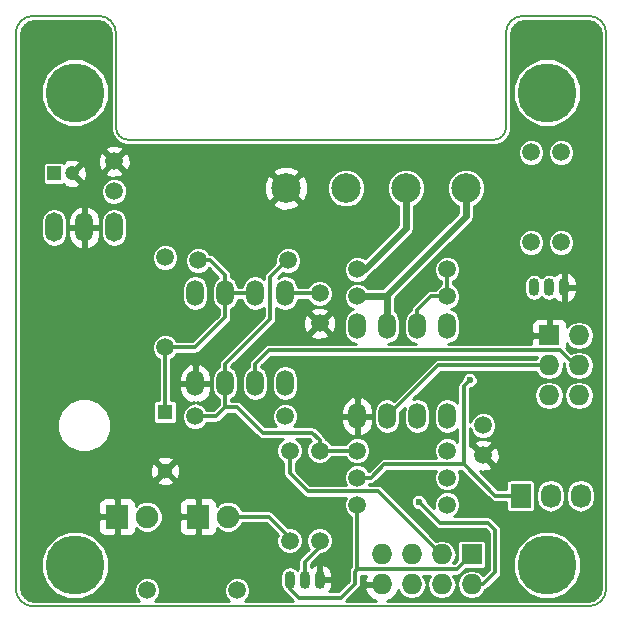
<source format=gbl>
G04 #@! TF.FileFunction,Copper,L2,Bot,Signal*
%FSLAX46Y46*%
G04 Gerber Fmt 4.6, Leading zero omitted, Abs format (unit mm)*
G04 Created by KiCad (PCBNEW 4.0.2+dfsg1-stable) date Di 24 Jul 2018 15:00:46 CEST*
%MOMM*%
G01*
G04 APERTURE LIST*
%ADD10C,0.100000*%
%ADD11C,0.150000*%
%ADD12O,1.501140X2.199640*%
%ADD13C,2.500000*%
%ADD14C,5.000000*%
%ADD15R,1.727200X1.727200*%
%ADD16O,1.727200X1.727200*%
%ADD17C,1.501140*%
%ADD18R,1.200000X1.200000*%
%ADD19C,1.200000*%
%ADD20C,1.500000*%
%ADD21R,1.727200X2.032000*%
%ADD22O,1.727200X2.032000*%
%ADD23O,0.899160X1.501140*%
%ADD24O,1.501140X2.499360*%
%ADD25R,1.900000X2.000000*%
%ADD26C,1.900000*%
%ADD27R,1.300000X1.300000*%
%ADD28C,1.300000*%
%ADD29C,0.600000*%
%ADD30C,0.600000*%
%ADD31C,0.304800*%
%ADD32C,0.254000*%
G04 APERTURE END LIST*
D10*
D11*
X161950000Y-95350000D02*
X161950000Y-103350000D01*
X168950000Y-93850000D02*
X163450000Y-93850000D01*
X127450000Y-93850000D02*
X121950000Y-93850000D01*
X128950000Y-103350000D02*
X128950000Y-95350000D01*
X160950000Y-104350000D02*
X129950000Y-104350000D01*
X160950000Y-104350000D02*
G75*
G03X161950000Y-103350000I0J1000000D01*
G01*
X128950000Y-103350000D02*
G75*
G03X129950000Y-104350000I1000000J0D01*
G01*
X128950000Y-95350000D02*
G75*
G03X127450000Y-93850000I-1500000J0D01*
G01*
X163450000Y-93850000D02*
G75*
G03X161950000Y-95350000I0J-1500000D01*
G01*
X120450000Y-95350000D02*
X120450000Y-142350000D01*
X170450000Y-142350000D02*
X170450000Y-95350000D01*
X120450000Y-142350000D02*
G75*
G03X121950000Y-143850000I1500000J0D01*
G01*
X168950000Y-143850000D02*
G75*
G03X170450000Y-142350000I0J1500000D01*
G01*
X121950000Y-93850000D02*
G75*
G03X120450000Y-95350000I0J-1500000D01*
G01*
X170450000Y-95350000D02*
G75*
G03X168950000Y-93850000I-1500000J0D01*
G01*
X168950000Y-143850000D02*
X121950000Y-143850000D01*
D12*
X156972000Y-120142000D03*
X154432000Y-120142000D03*
X151892000Y-120142000D03*
X149352000Y-120142000D03*
X149352000Y-127762000D03*
X151892000Y-127762000D03*
X154432000Y-127762000D03*
X156972000Y-127762000D03*
D13*
X143330000Y-108450000D03*
X148410000Y-108450000D03*
X158570000Y-108450000D03*
X153490000Y-108450000D03*
D14*
X125450000Y-140350000D03*
X165450000Y-140350000D03*
X125450000Y-100350000D03*
D15*
X159050000Y-139450000D03*
D16*
X159050000Y-141990000D03*
X156510000Y-139450000D03*
X156510000Y-141990000D03*
X153970000Y-139450000D03*
X153970000Y-141990000D03*
X151430000Y-139450000D03*
X151430000Y-141990000D03*
D14*
X165450000Y-100350000D03*
D17*
X128778000Y-108712000D03*
X128778000Y-106172000D03*
X160020000Y-128524000D03*
X160020000Y-131064000D03*
D18*
X123710000Y-107188000D03*
D19*
X125210000Y-107188000D03*
D20*
X156972000Y-117602000D03*
X149352000Y-117602000D03*
D15*
X165608000Y-120904000D03*
D16*
X168148000Y-120904000D03*
X165608000Y-123444000D03*
X168148000Y-123444000D03*
X165608000Y-125984000D03*
X168148000Y-125984000D03*
D21*
X163195000Y-134493000D03*
D22*
X165735000Y-134493000D03*
X168275000Y-134493000D03*
D23*
X144907000Y-141605000D03*
X146177000Y-141605000D03*
X143637000Y-141605000D03*
D20*
X146177000Y-138303000D03*
X146177000Y-130683000D03*
X156972000Y-135255000D03*
X149352000Y-135255000D03*
X156972000Y-130683000D03*
X149352000Y-130683000D03*
X156972000Y-132969000D03*
X149352000Y-132969000D03*
D24*
X126238000Y-111760000D03*
X128778000Y-111760000D03*
X123698000Y-111760000D03*
D25*
X129032000Y-136271000D03*
D26*
X131572000Y-136271000D03*
D20*
X131572000Y-142494000D03*
X139192000Y-142494000D03*
X156972000Y-115316000D03*
X149352000Y-115316000D03*
D17*
X146177000Y-117348000D03*
X146177000Y-119888000D03*
D20*
X133096000Y-121920000D03*
X133096000Y-114300000D03*
D25*
X135890000Y-136271000D03*
D26*
X138430000Y-136271000D03*
D20*
X143510000Y-114554000D03*
X135890000Y-114554000D03*
X143256000Y-127762000D03*
X135636000Y-127762000D03*
D12*
X135636000Y-124968000D03*
X138176000Y-124968000D03*
X140716000Y-124968000D03*
X143256000Y-124968000D03*
X143256000Y-117348000D03*
X140716000Y-117348000D03*
X138176000Y-117348000D03*
X135636000Y-117348000D03*
D27*
X133096000Y-127381000D03*
D28*
X133096000Y-132381000D03*
D23*
X165608000Y-116840000D03*
X166878000Y-116840000D03*
X164338000Y-116840000D03*
D20*
X166624000Y-113030000D03*
X166624000Y-105410000D03*
X164084000Y-105410000D03*
X164084000Y-113030000D03*
X143637000Y-130683000D03*
X143637000Y-138303000D03*
D29*
X154559000Y-135001000D03*
X158877000Y-124714000D03*
D30*
X149352000Y-115316000D02*
X149987000Y-115316000D01*
X149987000Y-115316000D02*
X153490000Y-111813000D01*
X153490000Y-111813000D02*
X153490000Y-108450000D01*
X151892000Y-117602000D02*
X149352000Y-117602000D01*
X158570000Y-108450000D02*
X158570000Y-110797000D01*
X151892000Y-117475000D02*
X151892000Y-117602000D01*
X151892000Y-117602000D02*
X151892000Y-120142000D01*
X158570000Y-110797000D02*
X151892000Y-117475000D01*
X158570000Y-109654000D02*
X158570000Y-108450000D01*
D31*
X149352000Y-140716000D02*
X149352000Y-140462000D01*
X149352000Y-140462000D02*
X149352000Y-135255000D01*
X157797500Y-140716000D02*
X149352000Y-140716000D01*
X159050000Y-139463500D02*
X157797500Y-140716000D01*
X149161500Y-141922500D02*
X147955000Y-143129000D01*
X147955000Y-143129000D02*
X144399000Y-143129000D01*
X144399000Y-143129000D02*
X143637000Y-142367000D01*
X143637000Y-142367000D02*
X143637000Y-141605000D01*
X149161500Y-140906500D02*
X149161500Y-141922500D01*
X149352000Y-140716000D02*
X149161500Y-140906500D01*
X159050000Y-139450000D02*
X159050000Y-139463500D01*
X146177000Y-130683000D02*
X149352000Y-130683000D01*
X146177000Y-130683000D02*
X146177000Y-129794000D01*
X141351000Y-129159000D02*
X144780000Y-129159000D01*
X139192000Y-127000000D02*
X141351000Y-129159000D01*
X139192000Y-127000000D02*
X138176000Y-127000000D01*
X145542000Y-129159000D02*
X144780000Y-129159000D01*
X146177000Y-129794000D02*
X145542000Y-129159000D01*
X159050000Y-141990000D02*
X160016000Y-141990000D01*
X156337000Y-136779000D02*
X154559000Y-135001000D01*
X160401000Y-136779000D02*
X156337000Y-136779000D01*
X161036000Y-137414000D02*
X160401000Y-136779000D01*
X161036000Y-140970000D02*
X161036000Y-137414000D01*
X160016000Y-141990000D02*
X161036000Y-140970000D01*
X143510000Y-114554000D02*
X143383000Y-114554000D01*
X143383000Y-114554000D02*
X141986000Y-115951000D01*
X141986000Y-115951000D02*
X141986000Y-119507000D01*
X141986000Y-119507000D02*
X138176000Y-123317000D01*
X138176000Y-123317000D02*
X138176000Y-124968000D01*
X135636000Y-127762000D02*
X137414000Y-127762000D01*
X137414000Y-127762000D02*
X138176000Y-127000000D01*
X138176000Y-127000000D02*
X138176000Y-124968000D01*
X151892000Y-127762000D02*
X156210000Y-123444000D01*
X156210000Y-123444000D02*
X165608000Y-123444000D01*
X156510000Y-139450000D02*
X156468000Y-139450000D01*
X156468000Y-139450000D02*
X151130000Y-134112000D01*
X143637000Y-132588000D02*
X143637000Y-130683000D01*
X145161000Y-134112000D02*
X143637000Y-132588000D01*
X151130000Y-134112000D02*
X145161000Y-134112000D01*
X156510000Y-139450000D02*
X156150500Y-139450000D01*
X160274000Y-122174000D02*
X141859000Y-122174000D01*
X166497000Y-122174000D02*
X160274000Y-122174000D01*
X167767000Y-123444000D02*
X166497000Y-122174000D01*
X140716000Y-123317000D02*
X140716000Y-124968000D01*
X141859000Y-122174000D02*
X140716000Y-123317000D01*
X168148000Y-123444000D02*
X167767000Y-123444000D01*
X158369000Y-131826000D02*
X158369000Y-125222000D01*
X158369000Y-125222000D02*
X158877000Y-124714000D01*
X163195000Y-134493000D02*
X161036000Y-134493000D01*
X150495000Y-132969000D02*
X149352000Y-132969000D01*
X151638000Y-131826000D02*
X150495000Y-132969000D01*
X158369000Y-131826000D02*
X151638000Y-131826000D01*
X161036000Y-134493000D02*
X158369000Y-131826000D01*
X156972000Y-117602000D02*
X156972000Y-115316000D01*
X154432000Y-120142000D02*
X154432000Y-118745000D01*
X155575000Y-117602000D02*
X156972000Y-117602000D01*
X154432000Y-118745000D02*
X155575000Y-117602000D01*
X143256000Y-117348000D02*
X146177000Y-117348000D01*
X135890000Y-114554000D02*
X136906000Y-114554000D01*
X138176000Y-115824000D02*
X138176000Y-117348000D01*
X136906000Y-114554000D02*
X138176000Y-115824000D01*
X133096000Y-121920000D02*
X133096000Y-127381000D01*
X133096000Y-121920000D02*
X135636000Y-121920000D01*
X138176000Y-119380000D02*
X138176000Y-117348000D01*
X135636000Y-121920000D02*
X138176000Y-119380000D01*
X140716000Y-117348000D02*
X138176000Y-117348000D01*
X143637000Y-138303000D02*
X143637000Y-138049000D01*
X143637000Y-138049000D02*
X141859000Y-136271000D01*
X141859000Y-136271000D02*
X138430000Y-136271000D01*
X144907000Y-141605000D02*
X144907000Y-140081000D01*
X144907000Y-140081000D02*
X146177000Y-138811000D01*
X146177000Y-138811000D02*
X146177000Y-138303000D01*
D32*
G36*
X127846103Y-94393723D02*
X128181902Y-94618098D01*
X128406277Y-94953897D01*
X128494000Y-95394913D01*
X128494000Y-103350000D01*
X128502762Y-103394050D01*
X128502762Y-103438961D01*
X128578882Y-103821644D01*
X128646970Y-103986023D01*
X128863743Y-104310447D01*
X128989553Y-104436257D01*
X129313977Y-104653030D01*
X129478356Y-104721118D01*
X129861039Y-104797238D01*
X129905950Y-104797238D01*
X129950000Y-104806000D01*
X160950000Y-104806000D01*
X160994050Y-104797238D01*
X161038961Y-104797238D01*
X161421644Y-104721118D01*
X161586023Y-104653030D01*
X161910447Y-104436257D01*
X162036257Y-104310447D01*
X162253030Y-103986023D01*
X162321118Y-103821644D01*
X162397238Y-103438961D01*
X162397238Y-103394050D01*
X162406000Y-103350000D01*
X162406000Y-100920552D01*
X162568501Y-100920552D01*
X163006183Y-101979823D01*
X163815914Y-102790969D01*
X164874420Y-103230499D01*
X166020552Y-103231499D01*
X167079823Y-102793817D01*
X167890969Y-101984086D01*
X168330499Y-100925580D01*
X168331499Y-99779448D01*
X167893817Y-98720177D01*
X167084086Y-97909031D01*
X166025580Y-97469501D01*
X164879448Y-97468501D01*
X163820177Y-97906183D01*
X163009031Y-98715914D01*
X162569501Y-99774420D01*
X162568501Y-100920552D01*
X162406000Y-100920552D01*
X162406000Y-95394912D01*
X162493723Y-94953897D01*
X162718098Y-94618098D01*
X163053897Y-94393723D01*
X163494913Y-94306000D01*
X168905088Y-94306000D01*
X169346103Y-94393723D01*
X169681902Y-94618098D01*
X169906277Y-94953897D01*
X169994000Y-95394913D01*
X169994000Y-142305087D01*
X169906277Y-142746103D01*
X169681902Y-143081902D01*
X169346103Y-143306277D01*
X168905088Y-143394000D01*
X151897776Y-143394000D01*
X152318490Y-143196821D01*
X152712688Y-142764947D01*
X152820841Y-142503828D01*
X153065552Y-142870065D01*
X153469329Y-143139860D01*
X153945617Y-143234600D01*
X153994383Y-143234600D01*
X154470671Y-143139860D01*
X154874448Y-142870065D01*
X155144243Y-142466288D01*
X155238983Y-141990000D01*
X155144243Y-141513712D01*
X154967635Y-141249400D01*
X155512365Y-141249400D01*
X155335757Y-141513712D01*
X155241017Y-141990000D01*
X155335757Y-142466288D01*
X155605552Y-142870065D01*
X156009329Y-143139860D01*
X156485617Y-143234600D01*
X156534383Y-143234600D01*
X157010671Y-143139860D01*
X157414448Y-142870065D01*
X157684243Y-142466288D01*
X157778983Y-141990000D01*
X157684243Y-141513712D01*
X157507635Y-141249400D01*
X157797500Y-141249400D01*
X158001623Y-141208797D01*
X158142302Y-141114799D01*
X157875757Y-141513712D01*
X157781017Y-141990000D01*
X157875757Y-142466288D01*
X158145552Y-142870065D01*
X158549329Y-143139860D01*
X159025617Y-143234600D01*
X159074383Y-143234600D01*
X159550671Y-143139860D01*
X159954448Y-142870065D01*
X160212153Y-142484382D01*
X160220123Y-142482797D01*
X160393171Y-142367171D01*
X161413171Y-141347171D01*
X161528797Y-141174123D01*
X161569400Y-140970000D01*
X161569400Y-140920552D01*
X162568501Y-140920552D01*
X163006183Y-141979823D01*
X163815914Y-142790969D01*
X164874420Y-143230499D01*
X166020552Y-143231499D01*
X167079823Y-142793817D01*
X167890969Y-141984086D01*
X168330499Y-140925580D01*
X168331499Y-139779448D01*
X167893817Y-138720177D01*
X167084086Y-137909031D01*
X166025580Y-137469501D01*
X164879448Y-137468501D01*
X163820177Y-137906183D01*
X163009031Y-138715914D01*
X162569501Y-139774420D01*
X162568501Y-140920552D01*
X161569400Y-140920552D01*
X161569400Y-137414005D01*
X161569401Y-137414000D01*
X161528797Y-137209877D01*
X161413171Y-137036829D01*
X161413168Y-137036827D01*
X160778171Y-136401829D01*
X160605123Y-136286203D01*
X160401000Y-136245600D01*
X157536252Y-136245600D01*
X157611823Y-136214375D01*
X157930256Y-135896497D01*
X158102804Y-135480957D01*
X158103196Y-135031017D01*
X157931375Y-134615177D01*
X157613497Y-134296744D01*
X157197957Y-134124196D01*
X156748017Y-134123804D01*
X156332177Y-134295625D01*
X156013744Y-134613503D01*
X155841196Y-135029043D01*
X155840804Y-135478983D01*
X155875644Y-135563302D01*
X155240064Y-134927722D01*
X155240118Y-134866135D01*
X155136661Y-134615748D01*
X154945259Y-134424013D01*
X154695054Y-134320118D01*
X154424135Y-134319882D01*
X154173748Y-134423339D01*
X153982013Y-134614741D01*
X153878118Y-134864946D01*
X153877882Y-135135865D01*
X153981339Y-135386252D01*
X154172741Y-135577987D01*
X154422946Y-135681882D01*
X154485595Y-135681937D01*
X155959829Y-137156171D01*
X156132877Y-137271797D01*
X156337000Y-137312401D01*
X156337005Y-137312400D01*
X160180058Y-137312400D01*
X160502600Y-137634941D01*
X160502600Y-140749058D01*
X160029460Y-141222198D01*
X159954448Y-141109935D01*
X159550671Y-140840140D01*
X159074383Y-140745400D01*
X159025617Y-140745400D01*
X158549329Y-140840140D01*
X158182786Y-141085056D01*
X158565778Y-140702064D01*
X159913600Y-140702064D01*
X160054790Y-140675497D01*
X160184465Y-140592054D01*
X160271459Y-140464734D01*
X160302064Y-140313600D01*
X160302064Y-138586400D01*
X160275497Y-138445210D01*
X160192054Y-138315535D01*
X160064734Y-138228541D01*
X159913600Y-138197936D01*
X158186400Y-138197936D01*
X158045210Y-138224503D01*
X157915535Y-138307946D01*
X157828541Y-138435266D01*
X157797936Y-138586400D01*
X157797936Y-139961222D01*
X157576558Y-140182600D01*
X157512981Y-140182600D01*
X157684243Y-139926288D01*
X157778983Y-139450000D01*
X157684243Y-138973712D01*
X157414448Y-138569935D01*
X157010671Y-138300140D01*
X156534383Y-138205400D01*
X156485617Y-138205400D01*
X156062004Y-138289662D01*
X151507171Y-133734829D01*
X151334123Y-133619203D01*
X151130000Y-133578600D01*
X150323501Y-133578600D01*
X150355142Y-133502400D01*
X150495000Y-133502400D01*
X150699123Y-133461797D01*
X150872171Y-133346171D01*
X151858942Y-132359400D01*
X156000499Y-132359400D01*
X155841196Y-132743043D01*
X155840804Y-133192983D01*
X156012625Y-133608823D01*
X156330503Y-133927256D01*
X156746043Y-134099804D01*
X157195983Y-134100196D01*
X157611823Y-133928375D01*
X157930256Y-133610497D01*
X158102804Y-133194957D01*
X158103196Y-132745017D01*
X157943863Y-132359400D01*
X158148058Y-132359400D01*
X160658827Y-134870168D01*
X160658829Y-134870171D01*
X160762991Y-134939769D01*
X160831877Y-134985797D01*
X161036000Y-135026401D01*
X161036005Y-135026400D01*
X161942936Y-135026400D01*
X161942936Y-135509000D01*
X161969503Y-135650190D01*
X162052946Y-135779865D01*
X162180266Y-135866859D01*
X162331400Y-135897464D01*
X164058600Y-135897464D01*
X164199790Y-135870897D01*
X164329465Y-135787454D01*
X164416459Y-135660134D01*
X164447064Y-135509000D01*
X164447064Y-134313231D01*
X164490400Y-134313231D01*
X164490400Y-134672769D01*
X164585140Y-135149057D01*
X164854935Y-135552834D01*
X165258712Y-135822629D01*
X165735000Y-135917369D01*
X166211288Y-135822629D01*
X166615065Y-135552834D01*
X166884860Y-135149057D01*
X166979600Y-134672769D01*
X166979600Y-134313231D01*
X167030400Y-134313231D01*
X167030400Y-134672769D01*
X167125140Y-135149057D01*
X167394935Y-135552834D01*
X167798712Y-135822629D01*
X168275000Y-135917369D01*
X168751288Y-135822629D01*
X169155065Y-135552834D01*
X169424860Y-135149057D01*
X169519600Y-134672769D01*
X169519600Y-134313231D01*
X169424860Y-133836943D01*
X169155065Y-133433166D01*
X168751288Y-133163371D01*
X168275000Y-133068631D01*
X167798712Y-133163371D01*
X167394935Y-133433166D01*
X167125140Y-133836943D01*
X167030400Y-134313231D01*
X166979600Y-134313231D01*
X166884860Y-133836943D01*
X166615065Y-133433166D01*
X166211288Y-133163371D01*
X165735000Y-133068631D01*
X165258712Y-133163371D01*
X164854935Y-133433166D01*
X164585140Y-133836943D01*
X164490400Y-134313231D01*
X164447064Y-134313231D01*
X164447064Y-133477000D01*
X164420497Y-133335810D01*
X164337054Y-133206135D01*
X164209734Y-133119141D01*
X164058600Y-133088536D01*
X162331400Y-133088536D01*
X162190210Y-133115103D01*
X162060535Y-133198546D01*
X161973541Y-133325866D01*
X161942936Y-133477000D01*
X161942936Y-133959600D01*
X161256941Y-133959600D01*
X159728202Y-132430861D01*
X159815034Y-132461767D01*
X160365538Y-132433805D01*
X160744265Y-132276931D01*
X160812325Y-132035930D01*
X160020000Y-131243605D01*
X160005858Y-131257748D01*
X159826253Y-131078143D01*
X159840395Y-131064000D01*
X160199605Y-131064000D01*
X160991930Y-131856325D01*
X161232931Y-131788265D01*
X161417767Y-131268966D01*
X161389805Y-130718462D01*
X161232931Y-130339735D01*
X160991930Y-130271675D01*
X160199605Y-131064000D01*
X159840395Y-131064000D01*
X159048070Y-130271675D01*
X158902400Y-130312813D01*
X158902400Y-130092070D01*
X159227675Y-130092070D01*
X160020000Y-130884395D01*
X160812325Y-130092070D01*
X160744265Y-129851069D01*
X160224966Y-129666233D01*
X159674462Y-129694195D01*
X159295735Y-129851069D01*
X159227675Y-130092070D01*
X158902400Y-130092070D01*
X158902400Y-128782380D01*
X159060142Y-129164146D01*
X159378180Y-129482739D01*
X159793929Y-129655373D01*
X160244096Y-129655766D01*
X160660146Y-129483858D01*
X160978739Y-129165820D01*
X161151373Y-128750071D01*
X161151766Y-128299904D01*
X160979858Y-127883854D01*
X160661820Y-127565261D01*
X160246071Y-127392627D01*
X159795904Y-127392234D01*
X159379854Y-127564142D01*
X159061261Y-127882180D01*
X158902400Y-128264760D01*
X158902400Y-125984000D01*
X164339017Y-125984000D01*
X164433757Y-126460288D01*
X164703552Y-126864065D01*
X165107329Y-127133860D01*
X165583617Y-127228600D01*
X165632383Y-127228600D01*
X166108671Y-127133860D01*
X166512448Y-126864065D01*
X166782243Y-126460288D01*
X166876983Y-125984000D01*
X166879017Y-125984000D01*
X166973757Y-126460288D01*
X167243552Y-126864065D01*
X167647329Y-127133860D01*
X168123617Y-127228600D01*
X168172383Y-127228600D01*
X168648671Y-127133860D01*
X169052448Y-126864065D01*
X169322243Y-126460288D01*
X169416983Y-125984000D01*
X169322243Y-125507712D01*
X169052448Y-125103935D01*
X168648671Y-124834140D01*
X168172383Y-124739400D01*
X168123617Y-124739400D01*
X167647329Y-124834140D01*
X167243552Y-125103935D01*
X166973757Y-125507712D01*
X166879017Y-125984000D01*
X166876983Y-125984000D01*
X166782243Y-125507712D01*
X166512448Y-125103935D01*
X166108671Y-124834140D01*
X165632383Y-124739400D01*
X165583617Y-124739400D01*
X165107329Y-124834140D01*
X164703552Y-125103935D01*
X164433757Y-125507712D01*
X164339017Y-125984000D01*
X158902400Y-125984000D01*
X158902400Y-125442942D01*
X158950277Y-125395064D01*
X159011865Y-125395118D01*
X159262252Y-125291661D01*
X159453987Y-125100259D01*
X159557882Y-124850054D01*
X159558118Y-124579135D01*
X159454661Y-124328748D01*
X159263259Y-124137013D01*
X159013054Y-124033118D01*
X158742135Y-124032882D01*
X158491748Y-124136339D01*
X158300013Y-124327741D01*
X158196118Y-124577946D01*
X158196063Y-124640595D01*
X157991829Y-124844829D01*
X157876203Y-125017877D01*
X157835600Y-125222000D01*
X157835600Y-126678571D01*
X157772141Y-126583598D01*
X157405033Y-126338305D01*
X156972000Y-126252169D01*
X156538967Y-126338305D01*
X156171859Y-126583598D01*
X155926566Y-126950706D01*
X155840430Y-127383739D01*
X155840430Y-128140261D01*
X155926566Y-128573294D01*
X156171859Y-128940402D01*
X156538967Y-129185695D01*
X156972000Y-129271831D01*
X157405033Y-129185695D01*
X157772141Y-128940402D01*
X157835600Y-128845429D01*
X157835600Y-129947235D01*
X157613497Y-129724744D01*
X157197957Y-129552196D01*
X156748017Y-129551804D01*
X156332177Y-129723625D01*
X156013744Y-130041503D01*
X155841196Y-130457043D01*
X155840804Y-130906983D01*
X156000137Y-131292600D01*
X151638000Y-131292600D01*
X151433877Y-131333203D01*
X151260829Y-131448829D01*
X150331580Y-132378078D01*
X150311375Y-132329177D01*
X149993497Y-132010744D01*
X149577957Y-131838196D01*
X149128017Y-131837804D01*
X148712177Y-132009625D01*
X148393744Y-132327503D01*
X148221196Y-132743043D01*
X148220804Y-133192983D01*
X148380137Y-133578600D01*
X145381941Y-133578600D01*
X144170400Y-132367058D01*
X144170400Y-131686348D01*
X144276823Y-131642375D01*
X144595256Y-131324497D01*
X144767804Y-130908957D01*
X144768196Y-130459017D01*
X144596375Y-130043177D01*
X144278497Y-129724744D01*
X144200604Y-129692400D01*
X145321058Y-129692400D01*
X145444650Y-129815991D01*
X145218744Y-130041503D01*
X145046196Y-130457043D01*
X145045804Y-130906983D01*
X145217625Y-131322823D01*
X145535503Y-131641256D01*
X145951043Y-131813804D01*
X146400983Y-131814196D01*
X146816823Y-131642375D01*
X147135256Y-131324497D01*
X147180142Y-131216400D01*
X148348652Y-131216400D01*
X148392625Y-131322823D01*
X148710503Y-131641256D01*
X149126043Y-131813804D01*
X149575983Y-131814196D01*
X149991823Y-131642375D01*
X150310256Y-131324497D01*
X150482804Y-130908957D01*
X150483196Y-130459017D01*
X150311375Y-130043177D01*
X149993497Y-129724744D01*
X149577957Y-129552196D01*
X149128017Y-129551804D01*
X148712177Y-129723625D01*
X148393744Y-130041503D01*
X148348858Y-130149600D01*
X147180348Y-130149600D01*
X147136375Y-130043177D01*
X146818497Y-129724744D01*
X146685652Y-129669582D01*
X146669797Y-129589877D01*
X146554171Y-129416829D01*
X146554168Y-129416827D01*
X145919171Y-128781829D01*
X145746123Y-128666203D01*
X145542000Y-128625600D01*
X143991765Y-128625600D01*
X144214256Y-128403497D01*
X144386804Y-127987957D01*
X144386890Y-127889000D01*
X147966430Y-127889000D01*
X147966430Y-128238250D01*
X148120501Y-128758817D01*
X148462056Y-129180798D01*
X148939097Y-129439950D01*
X149010725Y-129454133D01*
X149225000Y-129331479D01*
X149225000Y-127889000D01*
X149479000Y-127889000D01*
X149479000Y-129331479D01*
X149693275Y-129454133D01*
X149764903Y-129439950D01*
X150241944Y-129180798D01*
X150583499Y-128758817D01*
X150737570Y-128238250D01*
X150737570Y-127889000D01*
X149479000Y-127889000D01*
X149225000Y-127889000D01*
X147966430Y-127889000D01*
X144386890Y-127889000D01*
X144387196Y-127538017D01*
X144282962Y-127285750D01*
X147966430Y-127285750D01*
X147966430Y-127635000D01*
X149225000Y-127635000D01*
X149225000Y-126192521D01*
X149479000Y-126192521D01*
X149479000Y-127635000D01*
X150737570Y-127635000D01*
X150737570Y-127285750D01*
X150583499Y-126765183D01*
X150241944Y-126343202D01*
X149764903Y-126084050D01*
X149693275Y-126069867D01*
X149479000Y-126192521D01*
X149225000Y-126192521D01*
X149010725Y-126069867D01*
X148939097Y-126084050D01*
X148462056Y-126343202D01*
X148120501Y-126765183D01*
X147966430Y-127285750D01*
X144282962Y-127285750D01*
X144215375Y-127122177D01*
X143897497Y-126803744D01*
X143481957Y-126631196D01*
X143032017Y-126630804D01*
X142616177Y-126802625D01*
X142297744Y-127120503D01*
X142125196Y-127536043D01*
X142124804Y-127985983D01*
X142296625Y-128401823D01*
X142520012Y-128625600D01*
X141571942Y-128625600D01*
X139569171Y-126622829D01*
X139396123Y-126507203D01*
X139192000Y-126466600D01*
X138709400Y-126466600D01*
X138709400Y-126324632D01*
X138976141Y-126146402D01*
X139221434Y-125779294D01*
X139307570Y-125346261D01*
X139307570Y-124589739D01*
X139584430Y-124589739D01*
X139584430Y-125346261D01*
X139670566Y-125779294D01*
X139915859Y-126146402D01*
X140282967Y-126391695D01*
X140716000Y-126477831D01*
X141149033Y-126391695D01*
X141516141Y-126146402D01*
X141761434Y-125779294D01*
X141847570Y-125346261D01*
X141847570Y-124589739D01*
X142124430Y-124589739D01*
X142124430Y-125346261D01*
X142210566Y-125779294D01*
X142455859Y-126146402D01*
X142822967Y-126391695D01*
X143256000Y-126477831D01*
X143689033Y-126391695D01*
X144056141Y-126146402D01*
X144301434Y-125779294D01*
X144387570Y-125346261D01*
X144387570Y-124589739D01*
X144301434Y-124156706D01*
X144056141Y-123789598D01*
X143689033Y-123544305D01*
X143256000Y-123458169D01*
X142822967Y-123544305D01*
X142455859Y-123789598D01*
X142210566Y-124156706D01*
X142124430Y-124589739D01*
X141847570Y-124589739D01*
X141761434Y-124156706D01*
X141516141Y-123789598D01*
X141249400Y-123611368D01*
X141249400Y-123537942D01*
X142079942Y-122707400D01*
X164607692Y-122707400D01*
X164471918Y-122910600D01*
X156210000Y-122910600D01*
X156005877Y-122951203D01*
X155832829Y-123066829D01*
X152466697Y-126432961D01*
X152325033Y-126338305D01*
X151892000Y-126252169D01*
X151458967Y-126338305D01*
X151091859Y-126583598D01*
X150846566Y-126950706D01*
X150760430Y-127383739D01*
X150760430Y-128140261D01*
X150846566Y-128573294D01*
X151091859Y-128940402D01*
X151458967Y-129185695D01*
X151892000Y-129271831D01*
X152325033Y-129185695D01*
X152692141Y-128940402D01*
X152937434Y-128573294D01*
X153023570Y-128140261D01*
X153023570Y-127384772D01*
X153368919Y-127039423D01*
X153300430Y-127383739D01*
X153300430Y-128140261D01*
X153386566Y-128573294D01*
X153631859Y-128940402D01*
X153998967Y-129185695D01*
X154432000Y-129271831D01*
X154865033Y-129185695D01*
X155232141Y-128940402D01*
X155477434Y-128573294D01*
X155563570Y-128140261D01*
X155563570Y-127383739D01*
X155477434Y-126950706D01*
X155232141Y-126583598D01*
X154865033Y-126338305D01*
X154432000Y-126252169D01*
X154087684Y-126320658D01*
X156430942Y-123977400D01*
X164471918Y-123977400D01*
X164703552Y-124324065D01*
X165107329Y-124593860D01*
X165583617Y-124688600D01*
X165632383Y-124688600D01*
X166108671Y-124593860D01*
X166512448Y-124324065D01*
X166782243Y-123920288D01*
X166876983Y-123444000D01*
X166843294Y-123274636D01*
X166901190Y-123332532D01*
X166879017Y-123444000D01*
X166973757Y-123920288D01*
X167243552Y-124324065D01*
X167647329Y-124593860D01*
X168123617Y-124688600D01*
X168172383Y-124688600D01*
X168648671Y-124593860D01*
X169052448Y-124324065D01*
X169322243Y-123920288D01*
X169416983Y-123444000D01*
X169322243Y-122967712D01*
X169052448Y-122563935D01*
X168648671Y-122294140D01*
X168172383Y-122199400D01*
X168123617Y-122199400D01*
X167647329Y-122294140D01*
X167481971Y-122404629D01*
X167066957Y-121989615D01*
X167106600Y-121893910D01*
X167106600Y-121579102D01*
X167243552Y-121784065D01*
X167647329Y-122053860D01*
X168123617Y-122148600D01*
X168172383Y-122148600D01*
X168648671Y-122053860D01*
X169052448Y-121784065D01*
X169322243Y-121380288D01*
X169416983Y-120904000D01*
X169322243Y-120427712D01*
X169052448Y-120023935D01*
X168648671Y-119754140D01*
X168172383Y-119659400D01*
X168123617Y-119659400D01*
X167647329Y-119754140D01*
X167243552Y-120023935D01*
X167106600Y-120228898D01*
X167106600Y-119914090D01*
X167009927Y-119680701D01*
X166831298Y-119502073D01*
X166597909Y-119405400D01*
X165893750Y-119405400D01*
X165735000Y-119564150D01*
X165735000Y-120777000D01*
X165755000Y-120777000D01*
X165755000Y-121031000D01*
X165735000Y-121031000D01*
X165735000Y-121051000D01*
X165481000Y-121051000D01*
X165481000Y-121031000D01*
X164268150Y-121031000D01*
X164109400Y-121189750D01*
X164109400Y-121640600D01*
X157028462Y-121640600D01*
X157405033Y-121565695D01*
X157772141Y-121320402D01*
X158017434Y-120953294D01*
X158103570Y-120520261D01*
X158103570Y-119914090D01*
X164109400Y-119914090D01*
X164109400Y-120618250D01*
X164268150Y-120777000D01*
X165481000Y-120777000D01*
X165481000Y-119564150D01*
X165322250Y-119405400D01*
X164618091Y-119405400D01*
X164384702Y-119502073D01*
X164206073Y-119680701D01*
X164109400Y-119914090D01*
X158103570Y-119914090D01*
X158103570Y-119763739D01*
X158017434Y-119330706D01*
X157772141Y-118963598D01*
X157405033Y-118718305D01*
X157288245Y-118695074D01*
X157611823Y-118561375D01*
X157930256Y-118243497D01*
X158102804Y-117827957D01*
X158103196Y-117378017D01*
X157931375Y-116962177D01*
X157613497Y-116643744D01*
X157505400Y-116598858D01*
X157505400Y-116516841D01*
X163507420Y-116516841D01*
X163507420Y-117163159D01*
X163570644Y-117481008D01*
X163750691Y-117750468D01*
X164020151Y-117930515D01*
X164338000Y-117993739D01*
X164655849Y-117930515D01*
X164925309Y-117750468D01*
X164973000Y-117679093D01*
X165020691Y-117750468D01*
X165290151Y-117930515D01*
X165608000Y-117993739D01*
X165925849Y-117930515D01*
X166064641Y-117837777D01*
X166200889Y-117997706D01*
X166584065Y-118184981D01*
X166751000Y-118058068D01*
X166751000Y-116967000D01*
X167005000Y-116967000D01*
X167005000Y-118058068D01*
X167171935Y-118184981D01*
X167555111Y-117997706D01*
X167831420Y-117673373D01*
X167962580Y-117267990D01*
X167962580Y-116967000D01*
X167005000Y-116967000D01*
X166751000Y-116967000D01*
X166731000Y-116967000D01*
X166731000Y-116713000D01*
X166751000Y-116713000D01*
X166751000Y-115621932D01*
X167005000Y-115621932D01*
X167005000Y-116713000D01*
X167962580Y-116713000D01*
X167962580Y-116412010D01*
X167831420Y-116006627D01*
X167555111Y-115682294D01*
X167171935Y-115495019D01*
X167005000Y-115621932D01*
X166751000Y-115621932D01*
X166584065Y-115495019D01*
X166200889Y-115682294D01*
X166064641Y-115842223D01*
X165925849Y-115749485D01*
X165608000Y-115686261D01*
X165290151Y-115749485D01*
X165020691Y-115929532D01*
X164973000Y-116000907D01*
X164925309Y-115929532D01*
X164655849Y-115749485D01*
X164338000Y-115686261D01*
X164020151Y-115749485D01*
X163750691Y-115929532D01*
X163570644Y-116198992D01*
X163507420Y-116516841D01*
X157505400Y-116516841D01*
X157505400Y-116319348D01*
X157611823Y-116275375D01*
X157930256Y-115957497D01*
X158102804Y-115541957D01*
X158103196Y-115092017D01*
X157931375Y-114676177D01*
X157613497Y-114357744D01*
X157197957Y-114185196D01*
X156748017Y-114184804D01*
X156332177Y-114356625D01*
X156013744Y-114674503D01*
X155841196Y-115090043D01*
X155840804Y-115539983D01*
X156012625Y-115955823D01*
X156330503Y-116274256D01*
X156438600Y-116319142D01*
X156438600Y-116598652D01*
X156332177Y-116642625D01*
X156013744Y-116960503D01*
X155968858Y-117068600D01*
X155575000Y-117068600D01*
X155370877Y-117109203D01*
X155197829Y-117224829D01*
X154054829Y-118367829D01*
X153939203Y-118540877D01*
X153898600Y-118745000D01*
X153898600Y-118785368D01*
X153631859Y-118963598D01*
X153386566Y-119330706D01*
X153300430Y-119763739D01*
X153300430Y-120520261D01*
X153386566Y-120953294D01*
X153631859Y-121320402D01*
X153998967Y-121565695D01*
X154375538Y-121640600D01*
X151948462Y-121640600D01*
X152325033Y-121565695D01*
X152692141Y-121320402D01*
X152937434Y-120953294D01*
X153023570Y-120520261D01*
X153023570Y-119763739D01*
X152937434Y-119330706D01*
X152692141Y-118963598D01*
X152573000Y-118883991D01*
X152573000Y-117757080D01*
X157076097Y-113253983D01*
X162952804Y-113253983D01*
X163124625Y-113669823D01*
X163442503Y-113988256D01*
X163858043Y-114160804D01*
X164307983Y-114161196D01*
X164723823Y-113989375D01*
X165042256Y-113671497D01*
X165214804Y-113255957D01*
X165214805Y-113253983D01*
X165492804Y-113253983D01*
X165664625Y-113669823D01*
X165982503Y-113988256D01*
X166398043Y-114160804D01*
X166847983Y-114161196D01*
X167263823Y-113989375D01*
X167582256Y-113671497D01*
X167754804Y-113255957D01*
X167755196Y-112806017D01*
X167583375Y-112390177D01*
X167265497Y-112071744D01*
X166849957Y-111899196D01*
X166400017Y-111898804D01*
X165984177Y-112070625D01*
X165665744Y-112388503D01*
X165493196Y-112804043D01*
X165492804Y-113253983D01*
X165214805Y-113253983D01*
X165215196Y-112806017D01*
X165043375Y-112390177D01*
X164725497Y-112071744D01*
X164309957Y-111899196D01*
X163860017Y-111898804D01*
X163444177Y-112070625D01*
X163125744Y-112388503D01*
X162953196Y-112804043D01*
X162952804Y-113253983D01*
X157076097Y-113253983D01*
X159051540Y-111278540D01*
X159199162Y-111057608D01*
X159251000Y-110797000D01*
X159251000Y-109933361D01*
X159492680Y-109833501D01*
X159951888Y-109375093D01*
X160200716Y-108775849D01*
X160201282Y-108126997D01*
X159953501Y-107527320D01*
X159495093Y-107068112D01*
X158895849Y-106819284D01*
X158246997Y-106818718D01*
X157647320Y-107066499D01*
X157188112Y-107524907D01*
X156939284Y-108124151D01*
X156938718Y-108773003D01*
X157186499Y-109372680D01*
X157644907Y-109831888D01*
X157889000Y-109933244D01*
X157889000Y-110514920D01*
X151482920Y-116921000D01*
X150270270Y-116921000D01*
X149993497Y-116643744D01*
X149577957Y-116471196D01*
X149128017Y-116470804D01*
X148712177Y-116642625D01*
X148393744Y-116960503D01*
X148221196Y-117376043D01*
X148220804Y-117825983D01*
X148392625Y-118241823D01*
X148710503Y-118560256D01*
X149035366Y-118695152D01*
X148918967Y-118718305D01*
X148551859Y-118963598D01*
X148306566Y-119330706D01*
X148220430Y-119763739D01*
X148220430Y-120520261D01*
X148306566Y-120953294D01*
X148551859Y-121320402D01*
X148918967Y-121565695D01*
X149295538Y-121640600D01*
X141859000Y-121640600D01*
X141654877Y-121681203D01*
X141481829Y-121796829D01*
X140338829Y-122939829D01*
X140223203Y-123112877D01*
X140182600Y-123317000D01*
X140182600Y-123611368D01*
X139915859Y-123789598D01*
X139670566Y-124156706D01*
X139584430Y-124589739D01*
X139307570Y-124589739D01*
X139221434Y-124156706D01*
X138976141Y-123789598D01*
X138709400Y-123611368D01*
X138709400Y-123537942D01*
X141387412Y-120859930D01*
X145384675Y-120859930D01*
X145452735Y-121100931D01*
X145972034Y-121285767D01*
X146522538Y-121257805D01*
X146901265Y-121100931D01*
X146969325Y-120859930D01*
X146177000Y-120067605D01*
X145384675Y-120859930D01*
X141387412Y-120859930D01*
X142363171Y-119884171D01*
X142478797Y-119711123D01*
X142484384Y-119683034D01*
X144779233Y-119683034D01*
X144807195Y-120233538D01*
X144964069Y-120612265D01*
X145205070Y-120680325D01*
X145997395Y-119888000D01*
X146356605Y-119888000D01*
X147148930Y-120680325D01*
X147389931Y-120612265D01*
X147574767Y-120092966D01*
X147546805Y-119542462D01*
X147389931Y-119163735D01*
X147148930Y-119095675D01*
X146356605Y-119888000D01*
X145997395Y-119888000D01*
X145205070Y-119095675D01*
X144964069Y-119163735D01*
X144779233Y-119683034D01*
X142484384Y-119683034D01*
X142519401Y-119507000D01*
X142519400Y-119506995D01*
X142519400Y-118916070D01*
X145384675Y-118916070D01*
X146177000Y-119708395D01*
X146969325Y-118916070D01*
X146901265Y-118675069D01*
X146381966Y-118490233D01*
X145831462Y-118518195D01*
X145452735Y-118675069D01*
X145384675Y-118916070D01*
X142519400Y-118916070D01*
X142519400Y-118568859D01*
X142822967Y-118771695D01*
X143256000Y-118857831D01*
X143689033Y-118771695D01*
X144056141Y-118526402D01*
X144301434Y-118159294D01*
X144356711Y-117881400D01*
X145173036Y-117881400D01*
X145217142Y-117988146D01*
X145535180Y-118306739D01*
X145950929Y-118479373D01*
X146401096Y-118479766D01*
X146817146Y-118307858D01*
X147135739Y-117989820D01*
X147308373Y-117574071D01*
X147308766Y-117123904D01*
X147136858Y-116707854D01*
X146818820Y-116389261D01*
X146403071Y-116216627D01*
X145952904Y-116216234D01*
X145536854Y-116388142D01*
X145218261Y-116706180D01*
X145173241Y-116814600D01*
X144356711Y-116814600D01*
X144301434Y-116536706D01*
X144056141Y-116169598D01*
X143689033Y-115924305D01*
X143256000Y-115838169D01*
X142822967Y-115924305D01*
X142654413Y-116036929D01*
X143087959Y-115603383D01*
X143284043Y-115684804D01*
X143733983Y-115685196D01*
X144085426Y-115539983D01*
X148220804Y-115539983D01*
X148392625Y-115955823D01*
X148710503Y-116274256D01*
X149126043Y-116446804D01*
X149575983Y-116447196D01*
X149991823Y-116275375D01*
X150310256Y-115957497D01*
X150341401Y-115882491D01*
X150468540Y-115797540D01*
X153971540Y-112294540D01*
X154119162Y-112073608D01*
X154171000Y-111813000D01*
X154171000Y-109933361D01*
X154412680Y-109833501D01*
X154871888Y-109375093D01*
X155120716Y-108775849D01*
X155121282Y-108126997D01*
X154873501Y-107527320D01*
X154415093Y-107068112D01*
X153815849Y-106819284D01*
X153166997Y-106818718D01*
X152567320Y-107066499D01*
X152108112Y-107524907D01*
X151859284Y-108124151D01*
X151858718Y-108773003D01*
X152106499Y-109372680D01*
X152564907Y-109831888D01*
X152809000Y-109933244D01*
X152809000Y-111530920D01*
X149985498Y-114354422D01*
X149577957Y-114185196D01*
X149128017Y-114184804D01*
X148712177Y-114356625D01*
X148393744Y-114674503D01*
X148221196Y-115090043D01*
X148220804Y-115539983D01*
X144085426Y-115539983D01*
X144149823Y-115513375D01*
X144468256Y-115195497D01*
X144640804Y-114779957D01*
X144641196Y-114330017D01*
X144469375Y-113914177D01*
X144151497Y-113595744D01*
X143735957Y-113423196D01*
X143286017Y-113422804D01*
X142870177Y-113594625D01*
X142551744Y-113912503D01*
X142379196Y-114328043D01*
X142378804Y-114777983D01*
X142386368Y-114796290D01*
X141608829Y-115573829D01*
X141493203Y-115746877D01*
X141452600Y-115951000D01*
X141452600Y-116127141D01*
X141149033Y-115924305D01*
X140716000Y-115838169D01*
X140282967Y-115924305D01*
X139915859Y-116169598D01*
X139670566Y-116536706D01*
X139615289Y-116814600D01*
X139276711Y-116814600D01*
X139221434Y-116536706D01*
X138976141Y-116169598D01*
X138709400Y-115991368D01*
X138709400Y-115824000D01*
X138668797Y-115619877D01*
X138668797Y-115619876D01*
X138553171Y-115446829D01*
X137283171Y-114176829D01*
X137110123Y-114061203D01*
X136906000Y-114020600D01*
X136893348Y-114020600D01*
X136849375Y-113914177D01*
X136531497Y-113595744D01*
X136115957Y-113423196D01*
X135666017Y-113422804D01*
X135250177Y-113594625D01*
X134931744Y-113912503D01*
X134759196Y-114328043D01*
X134758804Y-114777983D01*
X134930625Y-115193823D01*
X135248503Y-115512256D01*
X135664043Y-115684804D01*
X136113983Y-115685196D01*
X136529823Y-115513375D01*
X136820681Y-115223023D01*
X137610485Y-116012827D01*
X137375859Y-116169598D01*
X137130566Y-116536706D01*
X137044430Y-116969739D01*
X137044430Y-117726261D01*
X137130566Y-118159294D01*
X137375859Y-118526402D01*
X137642600Y-118704632D01*
X137642600Y-119159059D01*
X135415058Y-121386600D01*
X134099348Y-121386600D01*
X134055375Y-121280177D01*
X133737497Y-120961744D01*
X133321957Y-120789196D01*
X132872017Y-120788804D01*
X132456177Y-120960625D01*
X132137744Y-121278503D01*
X131965196Y-121694043D01*
X131964804Y-122143983D01*
X132136625Y-122559823D01*
X132454503Y-122878256D01*
X132562600Y-122923142D01*
X132562600Y-126342536D01*
X132446000Y-126342536D01*
X132304810Y-126369103D01*
X132175135Y-126452546D01*
X132088141Y-126579866D01*
X132057536Y-126731000D01*
X132057536Y-128031000D01*
X132084103Y-128172190D01*
X132167546Y-128301865D01*
X132294866Y-128388859D01*
X132446000Y-128419464D01*
X133746000Y-128419464D01*
X133887190Y-128392897D01*
X134016865Y-128309454D01*
X134103859Y-128182134D01*
X134134464Y-128031000D01*
X134134464Y-126731000D01*
X134107897Y-126589810D01*
X134024454Y-126460135D01*
X133897134Y-126373141D01*
X133746000Y-126342536D01*
X133629400Y-126342536D01*
X133629400Y-124491750D01*
X134250430Y-124491750D01*
X134250430Y-124841000D01*
X135509000Y-124841000D01*
X135509000Y-123398521D01*
X135763000Y-123398521D01*
X135763000Y-124841000D01*
X137021570Y-124841000D01*
X137021570Y-124491750D01*
X136867499Y-123971183D01*
X136525944Y-123549202D01*
X136048903Y-123290050D01*
X135977275Y-123275867D01*
X135763000Y-123398521D01*
X135509000Y-123398521D01*
X135294725Y-123275867D01*
X135223097Y-123290050D01*
X134746056Y-123549202D01*
X134404501Y-123971183D01*
X134250430Y-124491750D01*
X133629400Y-124491750D01*
X133629400Y-122923348D01*
X133735823Y-122879375D01*
X134054256Y-122561497D01*
X134099142Y-122453400D01*
X135636000Y-122453400D01*
X135840123Y-122412797D01*
X136013171Y-122297171D01*
X138553168Y-119757173D01*
X138553171Y-119757171D01*
X138622484Y-119653437D01*
X138668797Y-119584124D01*
X138709400Y-119380000D01*
X138709400Y-118704632D01*
X138976141Y-118526402D01*
X139221434Y-118159294D01*
X139276711Y-117881400D01*
X139615289Y-117881400D01*
X139670566Y-118159294D01*
X139915859Y-118526402D01*
X140282967Y-118771695D01*
X140716000Y-118857831D01*
X141149033Y-118771695D01*
X141452600Y-118568859D01*
X141452600Y-119286058D01*
X137798829Y-122939829D01*
X137683203Y-123112877D01*
X137642600Y-123317000D01*
X137642600Y-123611368D01*
X137375859Y-123789598D01*
X137130566Y-124156706D01*
X137044430Y-124589739D01*
X137044430Y-125346261D01*
X137130566Y-125779294D01*
X137375859Y-126146402D01*
X137642600Y-126324632D01*
X137642600Y-126779058D01*
X137193058Y-127228600D01*
X136639348Y-127228600D01*
X136595375Y-127122177D01*
X136277497Y-126803744D01*
X135861957Y-126631196D01*
X135763002Y-126631110D01*
X135763002Y-126537480D01*
X135977275Y-126660133D01*
X136048903Y-126645950D01*
X136525944Y-126386798D01*
X136867499Y-125964817D01*
X137021570Y-125444250D01*
X137021570Y-125095000D01*
X135763000Y-125095000D01*
X135763000Y-125115000D01*
X135509000Y-125115000D01*
X135509000Y-125095000D01*
X134250430Y-125095000D01*
X134250430Y-125444250D01*
X134404501Y-125964817D01*
X134746056Y-126386798D01*
X135223097Y-126645950D01*
X135294725Y-126660133D01*
X135508998Y-126537480D01*
X135508998Y-126630888D01*
X135412017Y-126630804D01*
X134996177Y-126802625D01*
X134677744Y-127120503D01*
X134505196Y-127536043D01*
X134504804Y-127985983D01*
X134676625Y-128401823D01*
X134994503Y-128720256D01*
X135410043Y-128892804D01*
X135859983Y-128893196D01*
X136275823Y-128721375D01*
X136594256Y-128403497D01*
X136639142Y-128295400D01*
X137414000Y-128295400D01*
X137618123Y-128254797D01*
X137791171Y-128139171D01*
X138396942Y-127533400D01*
X138971058Y-127533400D01*
X140973829Y-129536171D01*
X141146877Y-129651797D01*
X141351000Y-129692400D01*
X143072748Y-129692400D01*
X142997177Y-129723625D01*
X142678744Y-130041503D01*
X142506196Y-130457043D01*
X142505804Y-130906983D01*
X142677625Y-131322823D01*
X142995503Y-131641256D01*
X143103600Y-131686142D01*
X143103600Y-132588000D01*
X143144203Y-132792123D01*
X143259829Y-132965171D01*
X144783827Y-134489168D01*
X144783829Y-134489171D01*
X144887563Y-134558484D01*
X144956876Y-134604797D01*
X145161000Y-134645400D01*
X148380499Y-134645400D01*
X148221196Y-135029043D01*
X148220804Y-135478983D01*
X148392625Y-135894823D01*
X148710503Y-136213256D01*
X148818600Y-136258142D01*
X148818600Y-140495058D01*
X148784329Y-140529329D01*
X148668703Y-140702377D01*
X148628100Y-140906500D01*
X148628100Y-141701558D01*
X147734058Y-142595600D01*
X146996474Y-142595600D01*
X147130420Y-142438373D01*
X147261580Y-142032990D01*
X147261580Y-141732000D01*
X146304000Y-141732000D01*
X146304000Y-141752000D01*
X146050000Y-141752000D01*
X146050000Y-141732000D01*
X146030000Y-141732000D01*
X146030000Y-141478000D01*
X146050000Y-141478000D01*
X146050000Y-140386932D01*
X146304000Y-140386932D01*
X146304000Y-141478000D01*
X147261580Y-141478000D01*
X147261580Y-141177010D01*
X147130420Y-140771627D01*
X146854111Y-140447294D01*
X146470935Y-140260019D01*
X146304000Y-140386932D01*
X146050000Y-140386932D01*
X145883065Y-140260019D01*
X145499889Y-140447294D01*
X145440400Y-140517123D01*
X145440400Y-140301942D01*
X146308227Y-139434115D01*
X146400983Y-139434196D01*
X146816823Y-139262375D01*
X147135256Y-138944497D01*
X147307804Y-138528957D01*
X147308196Y-138079017D01*
X147136375Y-137663177D01*
X146818497Y-137344744D01*
X146402957Y-137172196D01*
X145953017Y-137171804D01*
X145537177Y-137343625D01*
X145218744Y-137661503D01*
X145046196Y-138077043D01*
X145045804Y-138526983D01*
X145217625Y-138942823D01*
X145254198Y-138979460D01*
X144529829Y-139703829D01*
X144414203Y-139876877D01*
X144373600Y-140081000D01*
X144373600Y-140658511D01*
X144319691Y-140694532D01*
X144272000Y-140765907D01*
X144224309Y-140694532D01*
X143954849Y-140514485D01*
X143637000Y-140451261D01*
X143319151Y-140514485D01*
X143049691Y-140694532D01*
X142869644Y-140963992D01*
X142806420Y-141281841D01*
X142806420Y-141928159D01*
X142869644Y-142246008D01*
X143049691Y-142515468D01*
X143153251Y-142584664D01*
X143259829Y-142744171D01*
X143909658Y-143394000D01*
X139891302Y-143394000D01*
X140150256Y-143135497D01*
X140322804Y-142719957D01*
X140323196Y-142270017D01*
X140151375Y-141854177D01*
X139833497Y-141535744D01*
X139417957Y-141363196D01*
X138968017Y-141362804D01*
X138552177Y-141534625D01*
X138233744Y-141852503D01*
X138061196Y-142268043D01*
X138060804Y-142717983D01*
X138232625Y-143133823D01*
X138492349Y-143394000D01*
X132271302Y-143394000D01*
X132530256Y-143135497D01*
X132702804Y-142719957D01*
X132703196Y-142270017D01*
X132531375Y-141854177D01*
X132213497Y-141535744D01*
X131797957Y-141363196D01*
X131348017Y-141362804D01*
X130932177Y-141534625D01*
X130613744Y-141852503D01*
X130441196Y-142268043D01*
X130440804Y-142717983D01*
X130612625Y-143133823D01*
X130872349Y-143394000D01*
X121994913Y-143394000D01*
X121553897Y-143306277D01*
X121218098Y-143081902D01*
X120993723Y-142746103D01*
X120906000Y-142305088D01*
X120906000Y-140920552D01*
X122568501Y-140920552D01*
X123006183Y-141979823D01*
X123815914Y-142790969D01*
X124874420Y-143230499D01*
X126020552Y-143231499D01*
X127079823Y-142793817D01*
X127890969Y-141984086D01*
X128330499Y-140925580D01*
X128331499Y-139779448D01*
X127893817Y-138720177D01*
X127084086Y-137909031D01*
X126025580Y-137469501D01*
X124879448Y-137468501D01*
X123820177Y-137906183D01*
X123009031Y-138715914D01*
X122569501Y-139774420D01*
X122568501Y-140920552D01*
X120906000Y-140920552D01*
X120906000Y-136556750D01*
X127447000Y-136556750D01*
X127447000Y-137397309D01*
X127543673Y-137630698D01*
X127722301Y-137809327D01*
X127955690Y-137906000D01*
X128746250Y-137906000D01*
X128905000Y-137747250D01*
X128905000Y-136398000D01*
X127605750Y-136398000D01*
X127447000Y-136556750D01*
X120906000Y-136556750D01*
X120906000Y-135144691D01*
X127447000Y-135144691D01*
X127447000Y-135985250D01*
X127605750Y-136144000D01*
X128905000Y-136144000D01*
X128905000Y-134794750D01*
X129159000Y-134794750D01*
X129159000Y-136144000D01*
X129179000Y-136144000D01*
X129179000Y-136398000D01*
X129159000Y-136398000D01*
X129159000Y-137747250D01*
X129317750Y-137906000D01*
X130108310Y-137906000D01*
X130341699Y-137809327D01*
X130520327Y-137630698D01*
X130617000Y-137397309D01*
X130617000Y-137198295D01*
X130817065Y-137398709D01*
X131306086Y-137601769D01*
X131835591Y-137602231D01*
X132324966Y-137400025D01*
X132699709Y-137025935D01*
X132894532Y-136556750D01*
X134305000Y-136556750D01*
X134305000Y-137397309D01*
X134401673Y-137630698D01*
X134580301Y-137809327D01*
X134813690Y-137906000D01*
X135604250Y-137906000D01*
X135763000Y-137747250D01*
X135763000Y-136398000D01*
X134463750Y-136398000D01*
X134305000Y-136556750D01*
X132894532Y-136556750D01*
X132902769Y-136536914D01*
X132903231Y-136007409D01*
X132701025Y-135518034D01*
X132328333Y-135144691D01*
X134305000Y-135144691D01*
X134305000Y-135985250D01*
X134463750Y-136144000D01*
X135763000Y-136144000D01*
X135763000Y-134794750D01*
X136017000Y-134794750D01*
X136017000Y-136144000D01*
X136037000Y-136144000D01*
X136037000Y-136398000D01*
X136017000Y-136398000D01*
X136017000Y-137747250D01*
X136175750Y-137906000D01*
X136966310Y-137906000D01*
X137199699Y-137809327D01*
X137378327Y-137630698D01*
X137475000Y-137397309D01*
X137475000Y-137198295D01*
X137675065Y-137398709D01*
X138164086Y-137601769D01*
X138693591Y-137602231D01*
X139182966Y-137400025D01*
X139557709Y-137025935D01*
X139649699Y-136804400D01*
X141638058Y-136804400D01*
X142624880Y-137791222D01*
X142506196Y-138077043D01*
X142505804Y-138526983D01*
X142677625Y-138942823D01*
X142995503Y-139261256D01*
X143411043Y-139433804D01*
X143860983Y-139434196D01*
X144276823Y-139262375D01*
X144595256Y-138944497D01*
X144767804Y-138528957D01*
X144768196Y-138079017D01*
X144596375Y-137663177D01*
X144278497Y-137344744D01*
X143862957Y-137172196D01*
X143514234Y-137171892D01*
X142236171Y-135893829D01*
X142063123Y-135778203D01*
X141859000Y-135737600D01*
X139649748Y-135737600D01*
X139559025Y-135518034D01*
X139184935Y-135143291D01*
X138695914Y-134940231D01*
X138166409Y-134939769D01*
X137677034Y-135141975D01*
X137475000Y-135343657D01*
X137475000Y-135144691D01*
X137378327Y-134911302D01*
X137199699Y-134732673D01*
X136966310Y-134636000D01*
X136175750Y-134636000D01*
X136017000Y-134794750D01*
X135763000Y-134794750D01*
X135604250Y-134636000D01*
X134813690Y-134636000D01*
X134580301Y-134732673D01*
X134401673Y-134911302D01*
X134305000Y-135144691D01*
X132328333Y-135144691D01*
X132326935Y-135143291D01*
X131837914Y-134940231D01*
X131308409Y-134939769D01*
X130819034Y-135141975D01*
X130617000Y-135343657D01*
X130617000Y-135144691D01*
X130520327Y-134911302D01*
X130341699Y-134732673D01*
X130108310Y-134636000D01*
X129317750Y-134636000D01*
X129159000Y-134794750D01*
X128905000Y-134794750D01*
X128746250Y-134636000D01*
X127955690Y-134636000D01*
X127722301Y-134732673D01*
X127543673Y-134911302D01*
X127447000Y-135144691D01*
X120906000Y-135144691D01*
X120906000Y-133280016D01*
X132376590Y-133280016D01*
X132432271Y-133510611D01*
X132915078Y-133678622D01*
X133425428Y-133649083D01*
X133759729Y-133510611D01*
X133815410Y-133280016D01*
X133096000Y-132560605D01*
X132376590Y-133280016D01*
X120906000Y-133280016D01*
X120906000Y-132200078D01*
X131798378Y-132200078D01*
X131827917Y-132710428D01*
X131966389Y-133044729D01*
X132196984Y-133100410D01*
X132916395Y-132381000D01*
X133275605Y-132381000D01*
X133995016Y-133100410D01*
X134225611Y-133044729D01*
X134393622Y-132561922D01*
X134364083Y-132051572D01*
X134225611Y-131717271D01*
X133995016Y-131661590D01*
X133275605Y-132381000D01*
X132916395Y-132381000D01*
X132196984Y-131661590D01*
X131966389Y-131717271D01*
X131798378Y-132200078D01*
X120906000Y-132200078D01*
X120906000Y-131481984D01*
X132376590Y-131481984D01*
X133096000Y-132201395D01*
X133815410Y-131481984D01*
X133759729Y-131251389D01*
X133276922Y-131083378D01*
X132766572Y-131112917D01*
X132432271Y-131251389D01*
X132376590Y-131481984D01*
X120906000Y-131481984D01*
X120906000Y-128975713D01*
X123956685Y-128975713D01*
X124303203Y-129814350D01*
X124944276Y-130456542D01*
X125782306Y-130804523D01*
X126689713Y-130805315D01*
X127528350Y-130458797D01*
X128170542Y-129817724D01*
X128518523Y-128979694D01*
X128519315Y-128072287D01*
X128172797Y-127233650D01*
X127531724Y-126591458D01*
X126693694Y-126243477D01*
X125786287Y-126242685D01*
X124947650Y-126589203D01*
X124305458Y-127230276D01*
X123957477Y-128068306D01*
X123956685Y-128975713D01*
X120906000Y-128975713D01*
X120906000Y-116969739D01*
X134504430Y-116969739D01*
X134504430Y-117726261D01*
X134590566Y-118159294D01*
X134835859Y-118526402D01*
X135202967Y-118771695D01*
X135636000Y-118857831D01*
X136069033Y-118771695D01*
X136436141Y-118526402D01*
X136681434Y-118159294D01*
X136767570Y-117726261D01*
X136767570Y-116969739D01*
X136681434Y-116536706D01*
X136436141Y-116169598D01*
X136069033Y-115924305D01*
X135636000Y-115838169D01*
X135202967Y-115924305D01*
X134835859Y-116169598D01*
X134590566Y-116536706D01*
X134504430Y-116969739D01*
X120906000Y-116969739D01*
X120906000Y-114523983D01*
X131964804Y-114523983D01*
X132136625Y-114939823D01*
X132454503Y-115258256D01*
X132870043Y-115430804D01*
X133319983Y-115431196D01*
X133735823Y-115259375D01*
X134054256Y-114941497D01*
X134226804Y-114525957D01*
X134227196Y-114076017D01*
X134055375Y-113660177D01*
X133737497Y-113341744D01*
X133321957Y-113169196D01*
X132872017Y-113168804D01*
X132456177Y-113340625D01*
X132137744Y-113658503D01*
X131965196Y-114074043D01*
X131964804Y-114523983D01*
X120906000Y-114523983D01*
X120906000Y-111228943D01*
X122566430Y-111228943D01*
X122566430Y-112291057D01*
X122652566Y-112724090D01*
X122897859Y-113091198D01*
X123264967Y-113336491D01*
X123698000Y-113422627D01*
X124131033Y-113336491D01*
X124498141Y-113091198D01*
X124743434Y-112724090D01*
X124829570Y-112291057D01*
X124829570Y-111887000D01*
X124852430Y-111887000D01*
X124852430Y-112386110D01*
X125006501Y-112906677D01*
X125348056Y-113328658D01*
X125825097Y-113587810D01*
X125896725Y-113601993D01*
X126111000Y-113479339D01*
X126111000Y-111887000D01*
X126365000Y-111887000D01*
X126365000Y-113479339D01*
X126579275Y-113601993D01*
X126650903Y-113587810D01*
X127127944Y-113328658D01*
X127469499Y-112906677D01*
X127623570Y-112386110D01*
X127623570Y-111887000D01*
X126365000Y-111887000D01*
X126111000Y-111887000D01*
X124852430Y-111887000D01*
X124829570Y-111887000D01*
X124829570Y-111228943D01*
X124810663Y-111133890D01*
X124852430Y-111133890D01*
X124852430Y-111633000D01*
X126111000Y-111633000D01*
X126111000Y-110040661D01*
X126365000Y-110040661D01*
X126365000Y-111633000D01*
X127623570Y-111633000D01*
X127623570Y-111228943D01*
X127646430Y-111228943D01*
X127646430Y-112291057D01*
X127732566Y-112724090D01*
X127977859Y-113091198D01*
X128344967Y-113336491D01*
X128778000Y-113422627D01*
X129211033Y-113336491D01*
X129578141Y-113091198D01*
X129823434Y-112724090D01*
X129909570Y-112291057D01*
X129909570Y-111228943D01*
X129823434Y-110795910D01*
X129578141Y-110428802D01*
X129211033Y-110183509D01*
X128778000Y-110097373D01*
X128344967Y-110183509D01*
X127977859Y-110428802D01*
X127732566Y-110795910D01*
X127646430Y-111228943D01*
X127623570Y-111228943D01*
X127623570Y-111133890D01*
X127469499Y-110613323D01*
X127127944Y-110191342D01*
X126650903Y-109932190D01*
X126579275Y-109918007D01*
X126365000Y-110040661D01*
X126111000Y-110040661D01*
X125896725Y-109918007D01*
X125825097Y-109932190D01*
X125348056Y-110191342D01*
X125006501Y-110613323D01*
X124852430Y-111133890D01*
X124810663Y-111133890D01*
X124743434Y-110795910D01*
X124498141Y-110428802D01*
X124131033Y-110183509D01*
X123698000Y-110097373D01*
X123264967Y-110183509D01*
X122897859Y-110428802D01*
X122652566Y-110795910D01*
X122566430Y-111228943D01*
X120906000Y-111228943D01*
X120906000Y-108936096D01*
X127646234Y-108936096D01*
X127818142Y-109352146D01*
X128136180Y-109670739D01*
X128551929Y-109843373D01*
X129002096Y-109843766D01*
X129148386Y-109783320D01*
X142176285Y-109783320D01*
X142305533Y-110076123D01*
X143005806Y-110344388D01*
X143755435Y-110324250D01*
X144354467Y-110076123D01*
X144483715Y-109783320D01*
X143330000Y-108629605D01*
X142176285Y-109783320D01*
X129148386Y-109783320D01*
X129418146Y-109671858D01*
X129736739Y-109353820D01*
X129909373Y-108938071D01*
X129909766Y-108487904D01*
X129760151Y-108125806D01*
X141435612Y-108125806D01*
X141455750Y-108875435D01*
X141703877Y-109474467D01*
X141996680Y-109603715D01*
X143150395Y-108450000D01*
X143509605Y-108450000D01*
X144663320Y-109603715D01*
X144956123Y-109474467D01*
X145224388Y-108774194D01*
X145224357Y-108773003D01*
X146778718Y-108773003D01*
X147026499Y-109372680D01*
X147484907Y-109831888D01*
X148084151Y-110080716D01*
X148733003Y-110081282D01*
X149332680Y-109833501D01*
X149791888Y-109375093D01*
X150040716Y-108775849D01*
X150041282Y-108126997D01*
X149793501Y-107527320D01*
X149335093Y-107068112D01*
X148735849Y-106819284D01*
X148086997Y-106818718D01*
X147487320Y-107066499D01*
X147028112Y-107524907D01*
X146779284Y-108124151D01*
X146778718Y-108773003D01*
X145224357Y-108773003D01*
X145204250Y-108024565D01*
X144956123Y-107425533D01*
X144663320Y-107296285D01*
X143509605Y-108450000D01*
X143150395Y-108450000D01*
X141996680Y-107296285D01*
X141703877Y-107425533D01*
X141435612Y-108125806D01*
X129760151Y-108125806D01*
X129737858Y-108071854D01*
X129419820Y-107753261D01*
X129004071Y-107580627D01*
X128553904Y-107580234D01*
X128137854Y-107752142D01*
X127819261Y-108070180D01*
X127646627Y-108485929D01*
X127646234Y-108936096D01*
X120906000Y-108936096D01*
X120906000Y-106588000D01*
X122721536Y-106588000D01*
X122721536Y-107788000D01*
X122748103Y-107929190D01*
X122831546Y-108058865D01*
X122958866Y-108145859D01*
X123110000Y-108176464D01*
X124310000Y-108176464D01*
X124403600Y-108158852D01*
X124411178Y-108166430D01*
X124422269Y-108155339D01*
X124451190Y-108149897D01*
X124536581Y-108094950D01*
X124576383Y-108276164D01*
X125041036Y-108435807D01*
X125531413Y-108405482D01*
X125843617Y-108276164D01*
X125893130Y-108050735D01*
X125210000Y-107367605D01*
X125195858Y-107381748D01*
X125016253Y-107202143D01*
X125030395Y-107188000D01*
X125389605Y-107188000D01*
X126072735Y-107871130D01*
X126298164Y-107821617D01*
X126457807Y-107356964D01*
X126444633Y-107143930D01*
X127985675Y-107143930D01*
X128053735Y-107384931D01*
X128573034Y-107569767D01*
X129123538Y-107541805D01*
X129502265Y-107384931D01*
X129570325Y-107143930D01*
X129543075Y-107116680D01*
X142176285Y-107116680D01*
X143330000Y-108270395D01*
X144483715Y-107116680D01*
X144354467Y-106823877D01*
X143654194Y-106555612D01*
X142904565Y-106575750D01*
X142305533Y-106823877D01*
X142176285Y-107116680D01*
X129543075Y-107116680D01*
X128778000Y-106351605D01*
X127985675Y-107143930D01*
X126444633Y-107143930D01*
X126427482Y-106866587D01*
X126298164Y-106554383D01*
X126072735Y-106504870D01*
X125389605Y-107188000D01*
X125030395Y-107188000D01*
X125016253Y-107173858D01*
X125195858Y-106994253D01*
X125210000Y-107008395D01*
X125893130Y-106325265D01*
X125843617Y-106099836D01*
X125457087Y-105967034D01*
X127380233Y-105967034D01*
X127408195Y-106517538D01*
X127565069Y-106896265D01*
X127806070Y-106964325D01*
X128598395Y-106172000D01*
X128957605Y-106172000D01*
X129749930Y-106964325D01*
X129990931Y-106896265D01*
X130175767Y-106376966D01*
X130147805Y-105826462D01*
X130068078Y-105633983D01*
X162952804Y-105633983D01*
X163124625Y-106049823D01*
X163442503Y-106368256D01*
X163858043Y-106540804D01*
X164307983Y-106541196D01*
X164723823Y-106369375D01*
X165042256Y-106051497D01*
X165214804Y-105635957D01*
X165214805Y-105633983D01*
X165492804Y-105633983D01*
X165664625Y-106049823D01*
X165982503Y-106368256D01*
X166398043Y-106540804D01*
X166847983Y-106541196D01*
X167263823Y-106369375D01*
X167582256Y-106051497D01*
X167754804Y-105635957D01*
X167755196Y-105186017D01*
X167583375Y-104770177D01*
X167265497Y-104451744D01*
X166849957Y-104279196D01*
X166400017Y-104278804D01*
X165984177Y-104450625D01*
X165665744Y-104768503D01*
X165493196Y-105184043D01*
X165492804Y-105633983D01*
X165214805Y-105633983D01*
X165215196Y-105186017D01*
X165043375Y-104770177D01*
X164725497Y-104451744D01*
X164309957Y-104279196D01*
X163860017Y-104278804D01*
X163444177Y-104450625D01*
X163125744Y-104768503D01*
X162953196Y-105184043D01*
X162952804Y-105633983D01*
X130068078Y-105633983D01*
X129990931Y-105447735D01*
X129749930Y-105379675D01*
X128957605Y-106172000D01*
X128598395Y-106172000D01*
X127806070Y-105379675D01*
X127565069Y-105447735D01*
X127380233Y-105967034D01*
X125457087Y-105967034D01*
X125378964Y-105940193D01*
X124888587Y-105970518D01*
X124576383Y-106099836D01*
X124536459Y-106281608D01*
X124461134Y-106230141D01*
X124424287Y-106222679D01*
X124411178Y-106209570D01*
X124402484Y-106218264D01*
X124310000Y-106199536D01*
X123110000Y-106199536D01*
X122968810Y-106226103D01*
X122839135Y-106309546D01*
X122752141Y-106436866D01*
X122721536Y-106588000D01*
X120906000Y-106588000D01*
X120906000Y-105200070D01*
X127985675Y-105200070D01*
X128778000Y-105992395D01*
X129570325Y-105200070D01*
X129502265Y-104959069D01*
X128982966Y-104774233D01*
X128432462Y-104802195D01*
X128053735Y-104959069D01*
X127985675Y-105200070D01*
X120906000Y-105200070D01*
X120906000Y-100920552D01*
X122568501Y-100920552D01*
X123006183Y-101979823D01*
X123815914Y-102790969D01*
X124874420Y-103230499D01*
X126020552Y-103231499D01*
X127079823Y-102793817D01*
X127890969Y-101984086D01*
X128330499Y-100925580D01*
X128331499Y-99779448D01*
X127893817Y-98720177D01*
X127084086Y-97909031D01*
X126025580Y-97469501D01*
X124879448Y-97468501D01*
X123820177Y-97906183D01*
X123009031Y-98715914D01*
X122569501Y-99774420D01*
X122568501Y-100920552D01*
X120906000Y-100920552D01*
X120906000Y-95394912D01*
X120993723Y-94953897D01*
X121218098Y-94618098D01*
X121553897Y-94393723D01*
X121994913Y-94306000D01*
X127405088Y-94306000D01*
X127846103Y-94393723D01*
X127846103Y-94393723D01*
G37*
X127846103Y-94393723D02*
X128181902Y-94618098D01*
X128406277Y-94953897D01*
X128494000Y-95394913D01*
X128494000Y-103350000D01*
X128502762Y-103394050D01*
X128502762Y-103438961D01*
X128578882Y-103821644D01*
X128646970Y-103986023D01*
X128863743Y-104310447D01*
X128989553Y-104436257D01*
X129313977Y-104653030D01*
X129478356Y-104721118D01*
X129861039Y-104797238D01*
X129905950Y-104797238D01*
X129950000Y-104806000D01*
X160950000Y-104806000D01*
X160994050Y-104797238D01*
X161038961Y-104797238D01*
X161421644Y-104721118D01*
X161586023Y-104653030D01*
X161910447Y-104436257D01*
X162036257Y-104310447D01*
X162253030Y-103986023D01*
X162321118Y-103821644D01*
X162397238Y-103438961D01*
X162397238Y-103394050D01*
X162406000Y-103350000D01*
X162406000Y-100920552D01*
X162568501Y-100920552D01*
X163006183Y-101979823D01*
X163815914Y-102790969D01*
X164874420Y-103230499D01*
X166020552Y-103231499D01*
X167079823Y-102793817D01*
X167890969Y-101984086D01*
X168330499Y-100925580D01*
X168331499Y-99779448D01*
X167893817Y-98720177D01*
X167084086Y-97909031D01*
X166025580Y-97469501D01*
X164879448Y-97468501D01*
X163820177Y-97906183D01*
X163009031Y-98715914D01*
X162569501Y-99774420D01*
X162568501Y-100920552D01*
X162406000Y-100920552D01*
X162406000Y-95394912D01*
X162493723Y-94953897D01*
X162718098Y-94618098D01*
X163053897Y-94393723D01*
X163494913Y-94306000D01*
X168905088Y-94306000D01*
X169346103Y-94393723D01*
X169681902Y-94618098D01*
X169906277Y-94953897D01*
X169994000Y-95394913D01*
X169994000Y-142305087D01*
X169906277Y-142746103D01*
X169681902Y-143081902D01*
X169346103Y-143306277D01*
X168905088Y-143394000D01*
X151897776Y-143394000D01*
X152318490Y-143196821D01*
X152712688Y-142764947D01*
X152820841Y-142503828D01*
X153065552Y-142870065D01*
X153469329Y-143139860D01*
X153945617Y-143234600D01*
X153994383Y-143234600D01*
X154470671Y-143139860D01*
X154874448Y-142870065D01*
X155144243Y-142466288D01*
X155238983Y-141990000D01*
X155144243Y-141513712D01*
X154967635Y-141249400D01*
X155512365Y-141249400D01*
X155335757Y-141513712D01*
X155241017Y-141990000D01*
X155335757Y-142466288D01*
X155605552Y-142870065D01*
X156009329Y-143139860D01*
X156485617Y-143234600D01*
X156534383Y-143234600D01*
X157010671Y-143139860D01*
X157414448Y-142870065D01*
X157684243Y-142466288D01*
X157778983Y-141990000D01*
X157684243Y-141513712D01*
X157507635Y-141249400D01*
X157797500Y-141249400D01*
X158001623Y-141208797D01*
X158142302Y-141114799D01*
X157875757Y-141513712D01*
X157781017Y-141990000D01*
X157875757Y-142466288D01*
X158145552Y-142870065D01*
X158549329Y-143139860D01*
X159025617Y-143234600D01*
X159074383Y-143234600D01*
X159550671Y-143139860D01*
X159954448Y-142870065D01*
X160212153Y-142484382D01*
X160220123Y-142482797D01*
X160393171Y-142367171D01*
X161413171Y-141347171D01*
X161528797Y-141174123D01*
X161569400Y-140970000D01*
X161569400Y-140920552D01*
X162568501Y-140920552D01*
X163006183Y-141979823D01*
X163815914Y-142790969D01*
X164874420Y-143230499D01*
X166020552Y-143231499D01*
X167079823Y-142793817D01*
X167890969Y-141984086D01*
X168330499Y-140925580D01*
X168331499Y-139779448D01*
X167893817Y-138720177D01*
X167084086Y-137909031D01*
X166025580Y-137469501D01*
X164879448Y-137468501D01*
X163820177Y-137906183D01*
X163009031Y-138715914D01*
X162569501Y-139774420D01*
X162568501Y-140920552D01*
X161569400Y-140920552D01*
X161569400Y-137414005D01*
X161569401Y-137414000D01*
X161528797Y-137209877D01*
X161413171Y-137036829D01*
X161413168Y-137036827D01*
X160778171Y-136401829D01*
X160605123Y-136286203D01*
X160401000Y-136245600D01*
X157536252Y-136245600D01*
X157611823Y-136214375D01*
X157930256Y-135896497D01*
X158102804Y-135480957D01*
X158103196Y-135031017D01*
X157931375Y-134615177D01*
X157613497Y-134296744D01*
X157197957Y-134124196D01*
X156748017Y-134123804D01*
X156332177Y-134295625D01*
X156013744Y-134613503D01*
X155841196Y-135029043D01*
X155840804Y-135478983D01*
X155875644Y-135563302D01*
X155240064Y-134927722D01*
X155240118Y-134866135D01*
X155136661Y-134615748D01*
X154945259Y-134424013D01*
X154695054Y-134320118D01*
X154424135Y-134319882D01*
X154173748Y-134423339D01*
X153982013Y-134614741D01*
X153878118Y-134864946D01*
X153877882Y-135135865D01*
X153981339Y-135386252D01*
X154172741Y-135577987D01*
X154422946Y-135681882D01*
X154485595Y-135681937D01*
X155959829Y-137156171D01*
X156132877Y-137271797D01*
X156337000Y-137312401D01*
X156337005Y-137312400D01*
X160180058Y-137312400D01*
X160502600Y-137634941D01*
X160502600Y-140749058D01*
X160029460Y-141222198D01*
X159954448Y-141109935D01*
X159550671Y-140840140D01*
X159074383Y-140745400D01*
X159025617Y-140745400D01*
X158549329Y-140840140D01*
X158182786Y-141085056D01*
X158565778Y-140702064D01*
X159913600Y-140702064D01*
X160054790Y-140675497D01*
X160184465Y-140592054D01*
X160271459Y-140464734D01*
X160302064Y-140313600D01*
X160302064Y-138586400D01*
X160275497Y-138445210D01*
X160192054Y-138315535D01*
X160064734Y-138228541D01*
X159913600Y-138197936D01*
X158186400Y-138197936D01*
X158045210Y-138224503D01*
X157915535Y-138307946D01*
X157828541Y-138435266D01*
X157797936Y-138586400D01*
X157797936Y-139961222D01*
X157576558Y-140182600D01*
X157512981Y-140182600D01*
X157684243Y-139926288D01*
X157778983Y-139450000D01*
X157684243Y-138973712D01*
X157414448Y-138569935D01*
X157010671Y-138300140D01*
X156534383Y-138205400D01*
X156485617Y-138205400D01*
X156062004Y-138289662D01*
X151507171Y-133734829D01*
X151334123Y-133619203D01*
X151130000Y-133578600D01*
X150323501Y-133578600D01*
X150355142Y-133502400D01*
X150495000Y-133502400D01*
X150699123Y-133461797D01*
X150872171Y-133346171D01*
X151858942Y-132359400D01*
X156000499Y-132359400D01*
X155841196Y-132743043D01*
X155840804Y-133192983D01*
X156012625Y-133608823D01*
X156330503Y-133927256D01*
X156746043Y-134099804D01*
X157195983Y-134100196D01*
X157611823Y-133928375D01*
X157930256Y-133610497D01*
X158102804Y-133194957D01*
X158103196Y-132745017D01*
X157943863Y-132359400D01*
X158148058Y-132359400D01*
X160658827Y-134870168D01*
X160658829Y-134870171D01*
X160762991Y-134939769D01*
X160831877Y-134985797D01*
X161036000Y-135026401D01*
X161036005Y-135026400D01*
X161942936Y-135026400D01*
X161942936Y-135509000D01*
X161969503Y-135650190D01*
X162052946Y-135779865D01*
X162180266Y-135866859D01*
X162331400Y-135897464D01*
X164058600Y-135897464D01*
X164199790Y-135870897D01*
X164329465Y-135787454D01*
X164416459Y-135660134D01*
X164447064Y-135509000D01*
X164447064Y-134313231D01*
X164490400Y-134313231D01*
X164490400Y-134672769D01*
X164585140Y-135149057D01*
X164854935Y-135552834D01*
X165258712Y-135822629D01*
X165735000Y-135917369D01*
X166211288Y-135822629D01*
X166615065Y-135552834D01*
X166884860Y-135149057D01*
X166979600Y-134672769D01*
X166979600Y-134313231D01*
X167030400Y-134313231D01*
X167030400Y-134672769D01*
X167125140Y-135149057D01*
X167394935Y-135552834D01*
X167798712Y-135822629D01*
X168275000Y-135917369D01*
X168751288Y-135822629D01*
X169155065Y-135552834D01*
X169424860Y-135149057D01*
X169519600Y-134672769D01*
X169519600Y-134313231D01*
X169424860Y-133836943D01*
X169155065Y-133433166D01*
X168751288Y-133163371D01*
X168275000Y-133068631D01*
X167798712Y-133163371D01*
X167394935Y-133433166D01*
X167125140Y-133836943D01*
X167030400Y-134313231D01*
X166979600Y-134313231D01*
X166884860Y-133836943D01*
X166615065Y-133433166D01*
X166211288Y-133163371D01*
X165735000Y-133068631D01*
X165258712Y-133163371D01*
X164854935Y-133433166D01*
X164585140Y-133836943D01*
X164490400Y-134313231D01*
X164447064Y-134313231D01*
X164447064Y-133477000D01*
X164420497Y-133335810D01*
X164337054Y-133206135D01*
X164209734Y-133119141D01*
X164058600Y-133088536D01*
X162331400Y-133088536D01*
X162190210Y-133115103D01*
X162060535Y-133198546D01*
X161973541Y-133325866D01*
X161942936Y-133477000D01*
X161942936Y-133959600D01*
X161256941Y-133959600D01*
X159728202Y-132430861D01*
X159815034Y-132461767D01*
X160365538Y-132433805D01*
X160744265Y-132276931D01*
X160812325Y-132035930D01*
X160020000Y-131243605D01*
X160005858Y-131257748D01*
X159826253Y-131078143D01*
X159840395Y-131064000D01*
X160199605Y-131064000D01*
X160991930Y-131856325D01*
X161232931Y-131788265D01*
X161417767Y-131268966D01*
X161389805Y-130718462D01*
X161232931Y-130339735D01*
X160991930Y-130271675D01*
X160199605Y-131064000D01*
X159840395Y-131064000D01*
X159048070Y-130271675D01*
X158902400Y-130312813D01*
X158902400Y-130092070D01*
X159227675Y-130092070D01*
X160020000Y-130884395D01*
X160812325Y-130092070D01*
X160744265Y-129851069D01*
X160224966Y-129666233D01*
X159674462Y-129694195D01*
X159295735Y-129851069D01*
X159227675Y-130092070D01*
X158902400Y-130092070D01*
X158902400Y-128782380D01*
X159060142Y-129164146D01*
X159378180Y-129482739D01*
X159793929Y-129655373D01*
X160244096Y-129655766D01*
X160660146Y-129483858D01*
X160978739Y-129165820D01*
X161151373Y-128750071D01*
X161151766Y-128299904D01*
X160979858Y-127883854D01*
X160661820Y-127565261D01*
X160246071Y-127392627D01*
X159795904Y-127392234D01*
X159379854Y-127564142D01*
X159061261Y-127882180D01*
X158902400Y-128264760D01*
X158902400Y-125984000D01*
X164339017Y-125984000D01*
X164433757Y-126460288D01*
X164703552Y-126864065D01*
X165107329Y-127133860D01*
X165583617Y-127228600D01*
X165632383Y-127228600D01*
X166108671Y-127133860D01*
X166512448Y-126864065D01*
X166782243Y-126460288D01*
X166876983Y-125984000D01*
X166879017Y-125984000D01*
X166973757Y-126460288D01*
X167243552Y-126864065D01*
X167647329Y-127133860D01*
X168123617Y-127228600D01*
X168172383Y-127228600D01*
X168648671Y-127133860D01*
X169052448Y-126864065D01*
X169322243Y-126460288D01*
X169416983Y-125984000D01*
X169322243Y-125507712D01*
X169052448Y-125103935D01*
X168648671Y-124834140D01*
X168172383Y-124739400D01*
X168123617Y-124739400D01*
X167647329Y-124834140D01*
X167243552Y-125103935D01*
X166973757Y-125507712D01*
X166879017Y-125984000D01*
X166876983Y-125984000D01*
X166782243Y-125507712D01*
X166512448Y-125103935D01*
X166108671Y-124834140D01*
X165632383Y-124739400D01*
X165583617Y-124739400D01*
X165107329Y-124834140D01*
X164703552Y-125103935D01*
X164433757Y-125507712D01*
X164339017Y-125984000D01*
X158902400Y-125984000D01*
X158902400Y-125442942D01*
X158950277Y-125395064D01*
X159011865Y-125395118D01*
X159262252Y-125291661D01*
X159453987Y-125100259D01*
X159557882Y-124850054D01*
X159558118Y-124579135D01*
X159454661Y-124328748D01*
X159263259Y-124137013D01*
X159013054Y-124033118D01*
X158742135Y-124032882D01*
X158491748Y-124136339D01*
X158300013Y-124327741D01*
X158196118Y-124577946D01*
X158196063Y-124640595D01*
X157991829Y-124844829D01*
X157876203Y-125017877D01*
X157835600Y-125222000D01*
X157835600Y-126678571D01*
X157772141Y-126583598D01*
X157405033Y-126338305D01*
X156972000Y-126252169D01*
X156538967Y-126338305D01*
X156171859Y-126583598D01*
X155926566Y-126950706D01*
X155840430Y-127383739D01*
X155840430Y-128140261D01*
X155926566Y-128573294D01*
X156171859Y-128940402D01*
X156538967Y-129185695D01*
X156972000Y-129271831D01*
X157405033Y-129185695D01*
X157772141Y-128940402D01*
X157835600Y-128845429D01*
X157835600Y-129947235D01*
X157613497Y-129724744D01*
X157197957Y-129552196D01*
X156748017Y-129551804D01*
X156332177Y-129723625D01*
X156013744Y-130041503D01*
X155841196Y-130457043D01*
X155840804Y-130906983D01*
X156000137Y-131292600D01*
X151638000Y-131292600D01*
X151433877Y-131333203D01*
X151260829Y-131448829D01*
X150331580Y-132378078D01*
X150311375Y-132329177D01*
X149993497Y-132010744D01*
X149577957Y-131838196D01*
X149128017Y-131837804D01*
X148712177Y-132009625D01*
X148393744Y-132327503D01*
X148221196Y-132743043D01*
X148220804Y-133192983D01*
X148380137Y-133578600D01*
X145381941Y-133578600D01*
X144170400Y-132367058D01*
X144170400Y-131686348D01*
X144276823Y-131642375D01*
X144595256Y-131324497D01*
X144767804Y-130908957D01*
X144768196Y-130459017D01*
X144596375Y-130043177D01*
X144278497Y-129724744D01*
X144200604Y-129692400D01*
X145321058Y-129692400D01*
X145444650Y-129815991D01*
X145218744Y-130041503D01*
X145046196Y-130457043D01*
X145045804Y-130906983D01*
X145217625Y-131322823D01*
X145535503Y-131641256D01*
X145951043Y-131813804D01*
X146400983Y-131814196D01*
X146816823Y-131642375D01*
X147135256Y-131324497D01*
X147180142Y-131216400D01*
X148348652Y-131216400D01*
X148392625Y-131322823D01*
X148710503Y-131641256D01*
X149126043Y-131813804D01*
X149575983Y-131814196D01*
X149991823Y-131642375D01*
X150310256Y-131324497D01*
X150482804Y-130908957D01*
X150483196Y-130459017D01*
X150311375Y-130043177D01*
X149993497Y-129724744D01*
X149577957Y-129552196D01*
X149128017Y-129551804D01*
X148712177Y-129723625D01*
X148393744Y-130041503D01*
X148348858Y-130149600D01*
X147180348Y-130149600D01*
X147136375Y-130043177D01*
X146818497Y-129724744D01*
X146685652Y-129669582D01*
X146669797Y-129589877D01*
X146554171Y-129416829D01*
X146554168Y-129416827D01*
X145919171Y-128781829D01*
X145746123Y-128666203D01*
X145542000Y-128625600D01*
X143991765Y-128625600D01*
X144214256Y-128403497D01*
X144386804Y-127987957D01*
X144386890Y-127889000D01*
X147966430Y-127889000D01*
X147966430Y-128238250D01*
X148120501Y-128758817D01*
X148462056Y-129180798D01*
X148939097Y-129439950D01*
X149010725Y-129454133D01*
X149225000Y-129331479D01*
X149225000Y-127889000D01*
X149479000Y-127889000D01*
X149479000Y-129331479D01*
X149693275Y-129454133D01*
X149764903Y-129439950D01*
X150241944Y-129180798D01*
X150583499Y-128758817D01*
X150737570Y-128238250D01*
X150737570Y-127889000D01*
X149479000Y-127889000D01*
X149225000Y-127889000D01*
X147966430Y-127889000D01*
X144386890Y-127889000D01*
X144387196Y-127538017D01*
X144282962Y-127285750D01*
X147966430Y-127285750D01*
X147966430Y-127635000D01*
X149225000Y-127635000D01*
X149225000Y-126192521D01*
X149479000Y-126192521D01*
X149479000Y-127635000D01*
X150737570Y-127635000D01*
X150737570Y-127285750D01*
X150583499Y-126765183D01*
X150241944Y-126343202D01*
X149764903Y-126084050D01*
X149693275Y-126069867D01*
X149479000Y-126192521D01*
X149225000Y-126192521D01*
X149010725Y-126069867D01*
X148939097Y-126084050D01*
X148462056Y-126343202D01*
X148120501Y-126765183D01*
X147966430Y-127285750D01*
X144282962Y-127285750D01*
X144215375Y-127122177D01*
X143897497Y-126803744D01*
X143481957Y-126631196D01*
X143032017Y-126630804D01*
X142616177Y-126802625D01*
X142297744Y-127120503D01*
X142125196Y-127536043D01*
X142124804Y-127985983D01*
X142296625Y-128401823D01*
X142520012Y-128625600D01*
X141571942Y-128625600D01*
X139569171Y-126622829D01*
X139396123Y-126507203D01*
X139192000Y-126466600D01*
X138709400Y-126466600D01*
X138709400Y-126324632D01*
X138976141Y-126146402D01*
X139221434Y-125779294D01*
X139307570Y-125346261D01*
X139307570Y-124589739D01*
X139584430Y-124589739D01*
X139584430Y-125346261D01*
X139670566Y-125779294D01*
X139915859Y-126146402D01*
X140282967Y-126391695D01*
X140716000Y-126477831D01*
X141149033Y-126391695D01*
X141516141Y-126146402D01*
X141761434Y-125779294D01*
X141847570Y-125346261D01*
X141847570Y-124589739D01*
X142124430Y-124589739D01*
X142124430Y-125346261D01*
X142210566Y-125779294D01*
X142455859Y-126146402D01*
X142822967Y-126391695D01*
X143256000Y-126477831D01*
X143689033Y-126391695D01*
X144056141Y-126146402D01*
X144301434Y-125779294D01*
X144387570Y-125346261D01*
X144387570Y-124589739D01*
X144301434Y-124156706D01*
X144056141Y-123789598D01*
X143689033Y-123544305D01*
X143256000Y-123458169D01*
X142822967Y-123544305D01*
X142455859Y-123789598D01*
X142210566Y-124156706D01*
X142124430Y-124589739D01*
X141847570Y-124589739D01*
X141761434Y-124156706D01*
X141516141Y-123789598D01*
X141249400Y-123611368D01*
X141249400Y-123537942D01*
X142079942Y-122707400D01*
X164607692Y-122707400D01*
X164471918Y-122910600D01*
X156210000Y-122910600D01*
X156005877Y-122951203D01*
X155832829Y-123066829D01*
X152466697Y-126432961D01*
X152325033Y-126338305D01*
X151892000Y-126252169D01*
X151458967Y-126338305D01*
X151091859Y-126583598D01*
X150846566Y-126950706D01*
X150760430Y-127383739D01*
X150760430Y-128140261D01*
X150846566Y-128573294D01*
X151091859Y-128940402D01*
X151458967Y-129185695D01*
X151892000Y-129271831D01*
X152325033Y-129185695D01*
X152692141Y-128940402D01*
X152937434Y-128573294D01*
X153023570Y-128140261D01*
X153023570Y-127384772D01*
X153368919Y-127039423D01*
X153300430Y-127383739D01*
X153300430Y-128140261D01*
X153386566Y-128573294D01*
X153631859Y-128940402D01*
X153998967Y-129185695D01*
X154432000Y-129271831D01*
X154865033Y-129185695D01*
X155232141Y-128940402D01*
X155477434Y-128573294D01*
X155563570Y-128140261D01*
X155563570Y-127383739D01*
X155477434Y-126950706D01*
X155232141Y-126583598D01*
X154865033Y-126338305D01*
X154432000Y-126252169D01*
X154087684Y-126320658D01*
X156430942Y-123977400D01*
X164471918Y-123977400D01*
X164703552Y-124324065D01*
X165107329Y-124593860D01*
X165583617Y-124688600D01*
X165632383Y-124688600D01*
X166108671Y-124593860D01*
X166512448Y-124324065D01*
X166782243Y-123920288D01*
X166876983Y-123444000D01*
X166843294Y-123274636D01*
X166901190Y-123332532D01*
X166879017Y-123444000D01*
X166973757Y-123920288D01*
X167243552Y-124324065D01*
X167647329Y-124593860D01*
X168123617Y-124688600D01*
X168172383Y-124688600D01*
X168648671Y-124593860D01*
X169052448Y-124324065D01*
X169322243Y-123920288D01*
X169416983Y-123444000D01*
X169322243Y-122967712D01*
X169052448Y-122563935D01*
X168648671Y-122294140D01*
X168172383Y-122199400D01*
X168123617Y-122199400D01*
X167647329Y-122294140D01*
X167481971Y-122404629D01*
X167066957Y-121989615D01*
X167106600Y-121893910D01*
X167106600Y-121579102D01*
X167243552Y-121784065D01*
X167647329Y-122053860D01*
X168123617Y-122148600D01*
X168172383Y-122148600D01*
X168648671Y-122053860D01*
X169052448Y-121784065D01*
X169322243Y-121380288D01*
X169416983Y-120904000D01*
X169322243Y-120427712D01*
X169052448Y-120023935D01*
X168648671Y-119754140D01*
X168172383Y-119659400D01*
X168123617Y-119659400D01*
X167647329Y-119754140D01*
X167243552Y-120023935D01*
X167106600Y-120228898D01*
X167106600Y-119914090D01*
X167009927Y-119680701D01*
X166831298Y-119502073D01*
X166597909Y-119405400D01*
X165893750Y-119405400D01*
X165735000Y-119564150D01*
X165735000Y-120777000D01*
X165755000Y-120777000D01*
X165755000Y-121031000D01*
X165735000Y-121031000D01*
X165735000Y-121051000D01*
X165481000Y-121051000D01*
X165481000Y-121031000D01*
X164268150Y-121031000D01*
X164109400Y-121189750D01*
X164109400Y-121640600D01*
X157028462Y-121640600D01*
X157405033Y-121565695D01*
X157772141Y-121320402D01*
X158017434Y-120953294D01*
X158103570Y-120520261D01*
X158103570Y-119914090D01*
X164109400Y-119914090D01*
X164109400Y-120618250D01*
X164268150Y-120777000D01*
X165481000Y-120777000D01*
X165481000Y-119564150D01*
X165322250Y-119405400D01*
X164618091Y-119405400D01*
X164384702Y-119502073D01*
X164206073Y-119680701D01*
X164109400Y-119914090D01*
X158103570Y-119914090D01*
X158103570Y-119763739D01*
X158017434Y-119330706D01*
X157772141Y-118963598D01*
X157405033Y-118718305D01*
X157288245Y-118695074D01*
X157611823Y-118561375D01*
X157930256Y-118243497D01*
X158102804Y-117827957D01*
X158103196Y-117378017D01*
X157931375Y-116962177D01*
X157613497Y-116643744D01*
X157505400Y-116598858D01*
X157505400Y-116516841D01*
X163507420Y-116516841D01*
X163507420Y-117163159D01*
X163570644Y-117481008D01*
X163750691Y-117750468D01*
X164020151Y-117930515D01*
X164338000Y-117993739D01*
X164655849Y-117930515D01*
X164925309Y-117750468D01*
X164973000Y-117679093D01*
X165020691Y-117750468D01*
X165290151Y-117930515D01*
X165608000Y-117993739D01*
X165925849Y-117930515D01*
X166064641Y-117837777D01*
X166200889Y-117997706D01*
X166584065Y-118184981D01*
X166751000Y-118058068D01*
X166751000Y-116967000D01*
X167005000Y-116967000D01*
X167005000Y-118058068D01*
X167171935Y-118184981D01*
X167555111Y-117997706D01*
X167831420Y-117673373D01*
X167962580Y-117267990D01*
X167962580Y-116967000D01*
X167005000Y-116967000D01*
X166751000Y-116967000D01*
X166731000Y-116967000D01*
X166731000Y-116713000D01*
X166751000Y-116713000D01*
X166751000Y-115621932D01*
X167005000Y-115621932D01*
X167005000Y-116713000D01*
X167962580Y-116713000D01*
X167962580Y-116412010D01*
X167831420Y-116006627D01*
X167555111Y-115682294D01*
X167171935Y-115495019D01*
X167005000Y-115621932D01*
X166751000Y-115621932D01*
X166584065Y-115495019D01*
X166200889Y-115682294D01*
X166064641Y-115842223D01*
X165925849Y-115749485D01*
X165608000Y-115686261D01*
X165290151Y-115749485D01*
X165020691Y-115929532D01*
X164973000Y-116000907D01*
X164925309Y-115929532D01*
X164655849Y-115749485D01*
X164338000Y-115686261D01*
X164020151Y-115749485D01*
X163750691Y-115929532D01*
X163570644Y-116198992D01*
X163507420Y-116516841D01*
X157505400Y-116516841D01*
X157505400Y-116319348D01*
X157611823Y-116275375D01*
X157930256Y-115957497D01*
X158102804Y-115541957D01*
X158103196Y-115092017D01*
X157931375Y-114676177D01*
X157613497Y-114357744D01*
X157197957Y-114185196D01*
X156748017Y-114184804D01*
X156332177Y-114356625D01*
X156013744Y-114674503D01*
X155841196Y-115090043D01*
X155840804Y-115539983D01*
X156012625Y-115955823D01*
X156330503Y-116274256D01*
X156438600Y-116319142D01*
X156438600Y-116598652D01*
X156332177Y-116642625D01*
X156013744Y-116960503D01*
X155968858Y-117068600D01*
X155575000Y-117068600D01*
X155370877Y-117109203D01*
X155197829Y-117224829D01*
X154054829Y-118367829D01*
X153939203Y-118540877D01*
X153898600Y-118745000D01*
X153898600Y-118785368D01*
X153631859Y-118963598D01*
X153386566Y-119330706D01*
X153300430Y-119763739D01*
X153300430Y-120520261D01*
X153386566Y-120953294D01*
X153631859Y-121320402D01*
X153998967Y-121565695D01*
X154375538Y-121640600D01*
X151948462Y-121640600D01*
X152325033Y-121565695D01*
X152692141Y-121320402D01*
X152937434Y-120953294D01*
X153023570Y-120520261D01*
X153023570Y-119763739D01*
X152937434Y-119330706D01*
X152692141Y-118963598D01*
X152573000Y-118883991D01*
X152573000Y-117757080D01*
X157076097Y-113253983D01*
X162952804Y-113253983D01*
X163124625Y-113669823D01*
X163442503Y-113988256D01*
X163858043Y-114160804D01*
X164307983Y-114161196D01*
X164723823Y-113989375D01*
X165042256Y-113671497D01*
X165214804Y-113255957D01*
X165214805Y-113253983D01*
X165492804Y-113253983D01*
X165664625Y-113669823D01*
X165982503Y-113988256D01*
X166398043Y-114160804D01*
X166847983Y-114161196D01*
X167263823Y-113989375D01*
X167582256Y-113671497D01*
X167754804Y-113255957D01*
X167755196Y-112806017D01*
X167583375Y-112390177D01*
X167265497Y-112071744D01*
X166849957Y-111899196D01*
X166400017Y-111898804D01*
X165984177Y-112070625D01*
X165665744Y-112388503D01*
X165493196Y-112804043D01*
X165492804Y-113253983D01*
X165214805Y-113253983D01*
X165215196Y-112806017D01*
X165043375Y-112390177D01*
X164725497Y-112071744D01*
X164309957Y-111899196D01*
X163860017Y-111898804D01*
X163444177Y-112070625D01*
X163125744Y-112388503D01*
X162953196Y-112804043D01*
X162952804Y-113253983D01*
X157076097Y-113253983D01*
X159051540Y-111278540D01*
X159199162Y-111057608D01*
X159251000Y-110797000D01*
X159251000Y-109933361D01*
X159492680Y-109833501D01*
X159951888Y-109375093D01*
X160200716Y-108775849D01*
X160201282Y-108126997D01*
X159953501Y-107527320D01*
X159495093Y-107068112D01*
X158895849Y-106819284D01*
X158246997Y-106818718D01*
X157647320Y-107066499D01*
X157188112Y-107524907D01*
X156939284Y-108124151D01*
X156938718Y-108773003D01*
X157186499Y-109372680D01*
X157644907Y-109831888D01*
X157889000Y-109933244D01*
X157889000Y-110514920D01*
X151482920Y-116921000D01*
X150270270Y-116921000D01*
X149993497Y-116643744D01*
X149577957Y-116471196D01*
X149128017Y-116470804D01*
X148712177Y-116642625D01*
X148393744Y-116960503D01*
X148221196Y-117376043D01*
X148220804Y-117825983D01*
X148392625Y-118241823D01*
X148710503Y-118560256D01*
X149035366Y-118695152D01*
X148918967Y-118718305D01*
X148551859Y-118963598D01*
X148306566Y-119330706D01*
X148220430Y-119763739D01*
X148220430Y-120520261D01*
X148306566Y-120953294D01*
X148551859Y-121320402D01*
X148918967Y-121565695D01*
X149295538Y-121640600D01*
X141859000Y-121640600D01*
X141654877Y-121681203D01*
X141481829Y-121796829D01*
X140338829Y-122939829D01*
X140223203Y-123112877D01*
X140182600Y-123317000D01*
X140182600Y-123611368D01*
X139915859Y-123789598D01*
X139670566Y-124156706D01*
X139584430Y-124589739D01*
X139307570Y-124589739D01*
X139221434Y-124156706D01*
X138976141Y-123789598D01*
X138709400Y-123611368D01*
X138709400Y-123537942D01*
X141387412Y-120859930D01*
X145384675Y-120859930D01*
X145452735Y-121100931D01*
X145972034Y-121285767D01*
X146522538Y-121257805D01*
X146901265Y-121100931D01*
X146969325Y-120859930D01*
X146177000Y-120067605D01*
X145384675Y-120859930D01*
X141387412Y-120859930D01*
X142363171Y-119884171D01*
X142478797Y-119711123D01*
X142484384Y-119683034D01*
X144779233Y-119683034D01*
X144807195Y-120233538D01*
X144964069Y-120612265D01*
X145205070Y-120680325D01*
X145997395Y-119888000D01*
X146356605Y-119888000D01*
X147148930Y-120680325D01*
X147389931Y-120612265D01*
X147574767Y-120092966D01*
X147546805Y-119542462D01*
X147389931Y-119163735D01*
X147148930Y-119095675D01*
X146356605Y-119888000D01*
X145997395Y-119888000D01*
X145205070Y-119095675D01*
X144964069Y-119163735D01*
X144779233Y-119683034D01*
X142484384Y-119683034D01*
X142519401Y-119507000D01*
X142519400Y-119506995D01*
X142519400Y-118916070D01*
X145384675Y-118916070D01*
X146177000Y-119708395D01*
X146969325Y-118916070D01*
X146901265Y-118675069D01*
X146381966Y-118490233D01*
X145831462Y-118518195D01*
X145452735Y-118675069D01*
X145384675Y-118916070D01*
X142519400Y-118916070D01*
X142519400Y-118568859D01*
X142822967Y-118771695D01*
X143256000Y-118857831D01*
X143689033Y-118771695D01*
X144056141Y-118526402D01*
X144301434Y-118159294D01*
X144356711Y-117881400D01*
X145173036Y-117881400D01*
X145217142Y-117988146D01*
X145535180Y-118306739D01*
X145950929Y-118479373D01*
X146401096Y-118479766D01*
X146817146Y-118307858D01*
X147135739Y-117989820D01*
X147308373Y-117574071D01*
X147308766Y-117123904D01*
X147136858Y-116707854D01*
X146818820Y-116389261D01*
X146403071Y-116216627D01*
X145952904Y-116216234D01*
X145536854Y-116388142D01*
X145218261Y-116706180D01*
X145173241Y-116814600D01*
X144356711Y-116814600D01*
X144301434Y-116536706D01*
X144056141Y-116169598D01*
X143689033Y-115924305D01*
X143256000Y-115838169D01*
X142822967Y-115924305D01*
X142654413Y-116036929D01*
X143087959Y-115603383D01*
X143284043Y-115684804D01*
X143733983Y-115685196D01*
X144085426Y-115539983D01*
X148220804Y-115539983D01*
X148392625Y-115955823D01*
X148710503Y-116274256D01*
X149126043Y-116446804D01*
X149575983Y-116447196D01*
X149991823Y-116275375D01*
X150310256Y-115957497D01*
X150341401Y-115882491D01*
X150468540Y-115797540D01*
X153971540Y-112294540D01*
X154119162Y-112073608D01*
X154171000Y-111813000D01*
X154171000Y-109933361D01*
X154412680Y-109833501D01*
X154871888Y-109375093D01*
X155120716Y-108775849D01*
X155121282Y-108126997D01*
X154873501Y-107527320D01*
X154415093Y-107068112D01*
X153815849Y-106819284D01*
X153166997Y-106818718D01*
X152567320Y-107066499D01*
X152108112Y-107524907D01*
X151859284Y-108124151D01*
X151858718Y-108773003D01*
X152106499Y-109372680D01*
X152564907Y-109831888D01*
X152809000Y-109933244D01*
X152809000Y-111530920D01*
X149985498Y-114354422D01*
X149577957Y-114185196D01*
X149128017Y-114184804D01*
X148712177Y-114356625D01*
X148393744Y-114674503D01*
X148221196Y-115090043D01*
X148220804Y-115539983D01*
X144085426Y-115539983D01*
X144149823Y-115513375D01*
X144468256Y-115195497D01*
X144640804Y-114779957D01*
X144641196Y-114330017D01*
X144469375Y-113914177D01*
X144151497Y-113595744D01*
X143735957Y-113423196D01*
X143286017Y-113422804D01*
X142870177Y-113594625D01*
X142551744Y-113912503D01*
X142379196Y-114328043D01*
X142378804Y-114777983D01*
X142386368Y-114796290D01*
X141608829Y-115573829D01*
X141493203Y-115746877D01*
X141452600Y-115951000D01*
X141452600Y-116127141D01*
X141149033Y-115924305D01*
X140716000Y-115838169D01*
X140282967Y-115924305D01*
X139915859Y-116169598D01*
X139670566Y-116536706D01*
X139615289Y-116814600D01*
X139276711Y-116814600D01*
X139221434Y-116536706D01*
X138976141Y-116169598D01*
X138709400Y-115991368D01*
X138709400Y-115824000D01*
X138668797Y-115619877D01*
X138668797Y-115619876D01*
X138553171Y-115446829D01*
X137283171Y-114176829D01*
X137110123Y-114061203D01*
X136906000Y-114020600D01*
X136893348Y-114020600D01*
X136849375Y-113914177D01*
X136531497Y-113595744D01*
X136115957Y-113423196D01*
X135666017Y-113422804D01*
X135250177Y-113594625D01*
X134931744Y-113912503D01*
X134759196Y-114328043D01*
X134758804Y-114777983D01*
X134930625Y-115193823D01*
X135248503Y-115512256D01*
X135664043Y-115684804D01*
X136113983Y-115685196D01*
X136529823Y-115513375D01*
X136820681Y-115223023D01*
X137610485Y-116012827D01*
X137375859Y-116169598D01*
X137130566Y-116536706D01*
X137044430Y-116969739D01*
X137044430Y-117726261D01*
X137130566Y-118159294D01*
X137375859Y-118526402D01*
X137642600Y-118704632D01*
X137642600Y-119159059D01*
X135415058Y-121386600D01*
X134099348Y-121386600D01*
X134055375Y-121280177D01*
X133737497Y-120961744D01*
X133321957Y-120789196D01*
X132872017Y-120788804D01*
X132456177Y-120960625D01*
X132137744Y-121278503D01*
X131965196Y-121694043D01*
X131964804Y-122143983D01*
X132136625Y-122559823D01*
X132454503Y-122878256D01*
X132562600Y-122923142D01*
X132562600Y-126342536D01*
X132446000Y-126342536D01*
X132304810Y-126369103D01*
X132175135Y-126452546D01*
X132088141Y-126579866D01*
X132057536Y-126731000D01*
X132057536Y-128031000D01*
X132084103Y-128172190D01*
X132167546Y-128301865D01*
X132294866Y-128388859D01*
X132446000Y-128419464D01*
X133746000Y-128419464D01*
X133887190Y-128392897D01*
X134016865Y-128309454D01*
X134103859Y-128182134D01*
X134134464Y-128031000D01*
X134134464Y-126731000D01*
X134107897Y-126589810D01*
X134024454Y-126460135D01*
X133897134Y-126373141D01*
X133746000Y-126342536D01*
X133629400Y-126342536D01*
X133629400Y-124491750D01*
X134250430Y-124491750D01*
X134250430Y-124841000D01*
X135509000Y-124841000D01*
X135509000Y-123398521D01*
X135763000Y-123398521D01*
X135763000Y-124841000D01*
X137021570Y-124841000D01*
X137021570Y-124491750D01*
X136867499Y-123971183D01*
X136525944Y-123549202D01*
X136048903Y-123290050D01*
X135977275Y-123275867D01*
X135763000Y-123398521D01*
X135509000Y-123398521D01*
X135294725Y-123275867D01*
X135223097Y-123290050D01*
X134746056Y-123549202D01*
X134404501Y-123971183D01*
X134250430Y-124491750D01*
X133629400Y-124491750D01*
X133629400Y-122923348D01*
X133735823Y-122879375D01*
X134054256Y-122561497D01*
X134099142Y-122453400D01*
X135636000Y-122453400D01*
X135840123Y-122412797D01*
X136013171Y-122297171D01*
X138553168Y-119757173D01*
X138553171Y-119757171D01*
X138622484Y-119653437D01*
X138668797Y-119584124D01*
X138709400Y-119380000D01*
X138709400Y-118704632D01*
X138976141Y-118526402D01*
X139221434Y-118159294D01*
X139276711Y-117881400D01*
X139615289Y-117881400D01*
X139670566Y-118159294D01*
X139915859Y-118526402D01*
X140282967Y-118771695D01*
X140716000Y-118857831D01*
X141149033Y-118771695D01*
X141452600Y-118568859D01*
X141452600Y-119286058D01*
X137798829Y-122939829D01*
X137683203Y-123112877D01*
X137642600Y-123317000D01*
X137642600Y-123611368D01*
X137375859Y-123789598D01*
X137130566Y-124156706D01*
X137044430Y-124589739D01*
X137044430Y-125346261D01*
X137130566Y-125779294D01*
X137375859Y-126146402D01*
X137642600Y-126324632D01*
X137642600Y-126779058D01*
X137193058Y-127228600D01*
X136639348Y-127228600D01*
X136595375Y-127122177D01*
X136277497Y-126803744D01*
X135861957Y-126631196D01*
X135763002Y-126631110D01*
X135763002Y-126537480D01*
X135977275Y-126660133D01*
X136048903Y-126645950D01*
X136525944Y-126386798D01*
X136867499Y-125964817D01*
X137021570Y-125444250D01*
X137021570Y-125095000D01*
X135763000Y-125095000D01*
X135763000Y-125115000D01*
X135509000Y-125115000D01*
X135509000Y-125095000D01*
X134250430Y-125095000D01*
X134250430Y-125444250D01*
X134404501Y-125964817D01*
X134746056Y-126386798D01*
X135223097Y-126645950D01*
X135294725Y-126660133D01*
X135508998Y-126537480D01*
X135508998Y-126630888D01*
X135412017Y-126630804D01*
X134996177Y-126802625D01*
X134677744Y-127120503D01*
X134505196Y-127536043D01*
X134504804Y-127985983D01*
X134676625Y-128401823D01*
X134994503Y-128720256D01*
X135410043Y-128892804D01*
X135859983Y-128893196D01*
X136275823Y-128721375D01*
X136594256Y-128403497D01*
X136639142Y-128295400D01*
X137414000Y-128295400D01*
X137618123Y-128254797D01*
X137791171Y-128139171D01*
X138396942Y-127533400D01*
X138971058Y-127533400D01*
X140973829Y-129536171D01*
X141146877Y-129651797D01*
X141351000Y-129692400D01*
X143072748Y-129692400D01*
X142997177Y-129723625D01*
X142678744Y-130041503D01*
X142506196Y-130457043D01*
X142505804Y-130906983D01*
X142677625Y-131322823D01*
X142995503Y-131641256D01*
X143103600Y-131686142D01*
X143103600Y-132588000D01*
X143144203Y-132792123D01*
X143259829Y-132965171D01*
X144783827Y-134489168D01*
X144783829Y-134489171D01*
X144887563Y-134558484D01*
X144956876Y-134604797D01*
X145161000Y-134645400D01*
X148380499Y-134645400D01*
X148221196Y-135029043D01*
X148220804Y-135478983D01*
X148392625Y-135894823D01*
X148710503Y-136213256D01*
X148818600Y-136258142D01*
X148818600Y-140495058D01*
X148784329Y-140529329D01*
X148668703Y-140702377D01*
X148628100Y-140906500D01*
X148628100Y-141701558D01*
X147734058Y-142595600D01*
X146996474Y-142595600D01*
X147130420Y-142438373D01*
X147261580Y-142032990D01*
X147261580Y-141732000D01*
X146304000Y-141732000D01*
X146304000Y-141752000D01*
X146050000Y-141752000D01*
X146050000Y-141732000D01*
X146030000Y-141732000D01*
X146030000Y-141478000D01*
X146050000Y-141478000D01*
X146050000Y-140386932D01*
X146304000Y-140386932D01*
X146304000Y-141478000D01*
X147261580Y-141478000D01*
X147261580Y-141177010D01*
X147130420Y-140771627D01*
X146854111Y-140447294D01*
X146470935Y-140260019D01*
X146304000Y-140386932D01*
X146050000Y-140386932D01*
X145883065Y-140260019D01*
X145499889Y-140447294D01*
X145440400Y-140517123D01*
X145440400Y-140301942D01*
X146308227Y-139434115D01*
X146400983Y-139434196D01*
X146816823Y-139262375D01*
X147135256Y-138944497D01*
X147307804Y-138528957D01*
X147308196Y-138079017D01*
X147136375Y-137663177D01*
X146818497Y-137344744D01*
X146402957Y-137172196D01*
X145953017Y-137171804D01*
X145537177Y-137343625D01*
X145218744Y-137661503D01*
X145046196Y-138077043D01*
X145045804Y-138526983D01*
X145217625Y-138942823D01*
X145254198Y-138979460D01*
X144529829Y-139703829D01*
X144414203Y-139876877D01*
X144373600Y-140081000D01*
X144373600Y-140658511D01*
X144319691Y-140694532D01*
X144272000Y-140765907D01*
X144224309Y-140694532D01*
X143954849Y-140514485D01*
X143637000Y-140451261D01*
X143319151Y-140514485D01*
X143049691Y-140694532D01*
X142869644Y-140963992D01*
X142806420Y-141281841D01*
X142806420Y-141928159D01*
X142869644Y-142246008D01*
X143049691Y-142515468D01*
X143153251Y-142584664D01*
X143259829Y-142744171D01*
X143909658Y-143394000D01*
X139891302Y-143394000D01*
X140150256Y-143135497D01*
X140322804Y-142719957D01*
X140323196Y-142270017D01*
X140151375Y-141854177D01*
X139833497Y-141535744D01*
X139417957Y-141363196D01*
X138968017Y-141362804D01*
X138552177Y-141534625D01*
X138233744Y-141852503D01*
X138061196Y-142268043D01*
X138060804Y-142717983D01*
X138232625Y-143133823D01*
X138492349Y-143394000D01*
X132271302Y-143394000D01*
X132530256Y-143135497D01*
X132702804Y-142719957D01*
X132703196Y-142270017D01*
X132531375Y-141854177D01*
X132213497Y-141535744D01*
X131797957Y-141363196D01*
X131348017Y-141362804D01*
X130932177Y-141534625D01*
X130613744Y-141852503D01*
X130441196Y-142268043D01*
X130440804Y-142717983D01*
X130612625Y-143133823D01*
X130872349Y-143394000D01*
X121994913Y-143394000D01*
X121553897Y-143306277D01*
X121218098Y-143081902D01*
X120993723Y-142746103D01*
X120906000Y-142305088D01*
X120906000Y-140920552D01*
X122568501Y-140920552D01*
X123006183Y-141979823D01*
X123815914Y-142790969D01*
X124874420Y-143230499D01*
X126020552Y-143231499D01*
X127079823Y-142793817D01*
X127890969Y-141984086D01*
X128330499Y-140925580D01*
X128331499Y-139779448D01*
X127893817Y-138720177D01*
X127084086Y-137909031D01*
X126025580Y-137469501D01*
X124879448Y-137468501D01*
X123820177Y-137906183D01*
X123009031Y-138715914D01*
X122569501Y-139774420D01*
X122568501Y-140920552D01*
X120906000Y-140920552D01*
X120906000Y-136556750D01*
X127447000Y-136556750D01*
X127447000Y-137397309D01*
X127543673Y-137630698D01*
X127722301Y-137809327D01*
X127955690Y-137906000D01*
X128746250Y-137906000D01*
X128905000Y-137747250D01*
X128905000Y-136398000D01*
X127605750Y-136398000D01*
X127447000Y-136556750D01*
X120906000Y-136556750D01*
X120906000Y-135144691D01*
X127447000Y-135144691D01*
X127447000Y-135985250D01*
X127605750Y-136144000D01*
X128905000Y-136144000D01*
X128905000Y-134794750D01*
X129159000Y-134794750D01*
X129159000Y-136144000D01*
X129179000Y-136144000D01*
X129179000Y-136398000D01*
X129159000Y-136398000D01*
X129159000Y-137747250D01*
X129317750Y-137906000D01*
X130108310Y-137906000D01*
X130341699Y-137809327D01*
X130520327Y-137630698D01*
X130617000Y-137397309D01*
X130617000Y-137198295D01*
X130817065Y-137398709D01*
X131306086Y-137601769D01*
X131835591Y-137602231D01*
X132324966Y-137400025D01*
X132699709Y-137025935D01*
X132894532Y-136556750D01*
X134305000Y-136556750D01*
X134305000Y-137397309D01*
X134401673Y-137630698D01*
X134580301Y-137809327D01*
X134813690Y-137906000D01*
X135604250Y-137906000D01*
X135763000Y-137747250D01*
X135763000Y-136398000D01*
X134463750Y-136398000D01*
X134305000Y-136556750D01*
X132894532Y-136556750D01*
X132902769Y-136536914D01*
X132903231Y-136007409D01*
X132701025Y-135518034D01*
X132328333Y-135144691D01*
X134305000Y-135144691D01*
X134305000Y-135985250D01*
X134463750Y-136144000D01*
X135763000Y-136144000D01*
X135763000Y-134794750D01*
X136017000Y-134794750D01*
X136017000Y-136144000D01*
X136037000Y-136144000D01*
X136037000Y-136398000D01*
X136017000Y-136398000D01*
X136017000Y-137747250D01*
X136175750Y-137906000D01*
X136966310Y-137906000D01*
X137199699Y-137809327D01*
X137378327Y-137630698D01*
X137475000Y-137397309D01*
X137475000Y-137198295D01*
X137675065Y-137398709D01*
X138164086Y-137601769D01*
X138693591Y-137602231D01*
X139182966Y-137400025D01*
X139557709Y-137025935D01*
X139649699Y-136804400D01*
X141638058Y-136804400D01*
X142624880Y-137791222D01*
X142506196Y-138077043D01*
X142505804Y-138526983D01*
X142677625Y-138942823D01*
X142995503Y-139261256D01*
X143411043Y-139433804D01*
X143860983Y-139434196D01*
X144276823Y-139262375D01*
X144595256Y-138944497D01*
X144767804Y-138528957D01*
X144768196Y-138079017D01*
X144596375Y-137663177D01*
X144278497Y-137344744D01*
X143862957Y-137172196D01*
X143514234Y-137171892D01*
X142236171Y-135893829D01*
X142063123Y-135778203D01*
X141859000Y-135737600D01*
X139649748Y-135737600D01*
X139559025Y-135518034D01*
X139184935Y-135143291D01*
X138695914Y-134940231D01*
X138166409Y-134939769D01*
X137677034Y-135141975D01*
X137475000Y-135343657D01*
X137475000Y-135144691D01*
X137378327Y-134911302D01*
X137199699Y-134732673D01*
X136966310Y-134636000D01*
X136175750Y-134636000D01*
X136017000Y-134794750D01*
X135763000Y-134794750D01*
X135604250Y-134636000D01*
X134813690Y-134636000D01*
X134580301Y-134732673D01*
X134401673Y-134911302D01*
X134305000Y-135144691D01*
X132328333Y-135144691D01*
X132326935Y-135143291D01*
X131837914Y-134940231D01*
X131308409Y-134939769D01*
X130819034Y-135141975D01*
X130617000Y-135343657D01*
X130617000Y-135144691D01*
X130520327Y-134911302D01*
X130341699Y-134732673D01*
X130108310Y-134636000D01*
X129317750Y-134636000D01*
X129159000Y-134794750D01*
X128905000Y-134794750D01*
X128746250Y-134636000D01*
X127955690Y-134636000D01*
X127722301Y-134732673D01*
X127543673Y-134911302D01*
X127447000Y-135144691D01*
X120906000Y-135144691D01*
X120906000Y-133280016D01*
X132376590Y-133280016D01*
X132432271Y-133510611D01*
X132915078Y-133678622D01*
X133425428Y-133649083D01*
X133759729Y-133510611D01*
X133815410Y-133280016D01*
X133096000Y-132560605D01*
X132376590Y-133280016D01*
X120906000Y-133280016D01*
X120906000Y-132200078D01*
X131798378Y-132200078D01*
X131827917Y-132710428D01*
X131966389Y-133044729D01*
X132196984Y-133100410D01*
X132916395Y-132381000D01*
X133275605Y-132381000D01*
X133995016Y-133100410D01*
X134225611Y-133044729D01*
X134393622Y-132561922D01*
X134364083Y-132051572D01*
X134225611Y-131717271D01*
X133995016Y-131661590D01*
X133275605Y-132381000D01*
X132916395Y-132381000D01*
X132196984Y-131661590D01*
X131966389Y-131717271D01*
X131798378Y-132200078D01*
X120906000Y-132200078D01*
X120906000Y-131481984D01*
X132376590Y-131481984D01*
X133096000Y-132201395D01*
X133815410Y-131481984D01*
X133759729Y-131251389D01*
X133276922Y-131083378D01*
X132766572Y-131112917D01*
X132432271Y-131251389D01*
X132376590Y-131481984D01*
X120906000Y-131481984D01*
X120906000Y-128975713D01*
X123956685Y-128975713D01*
X124303203Y-129814350D01*
X124944276Y-130456542D01*
X125782306Y-130804523D01*
X126689713Y-130805315D01*
X127528350Y-130458797D01*
X128170542Y-129817724D01*
X128518523Y-128979694D01*
X128519315Y-128072287D01*
X128172797Y-127233650D01*
X127531724Y-126591458D01*
X126693694Y-126243477D01*
X125786287Y-126242685D01*
X124947650Y-126589203D01*
X124305458Y-127230276D01*
X123957477Y-128068306D01*
X123956685Y-128975713D01*
X120906000Y-128975713D01*
X120906000Y-116969739D01*
X134504430Y-116969739D01*
X134504430Y-117726261D01*
X134590566Y-118159294D01*
X134835859Y-118526402D01*
X135202967Y-118771695D01*
X135636000Y-118857831D01*
X136069033Y-118771695D01*
X136436141Y-118526402D01*
X136681434Y-118159294D01*
X136767570Y-117726261D01*
X136767570Y-116969739D01*
X136681434Y-116536706D01*
X136436141Y-116169598D01*
X136069033Y-115924305D01*
X135636000Y-115838169D01*
X135202967Y-115924305D01*
X134835859Y-116169598D01*
X134590566Y-116536706D01*
X134504430Y-116969739D01*
X120906000Y-116969739D01*
X120906000Y-114523983D01*
X131964804Y-114523983D01*
X132136625Y-114939823D01*
X132454503Y-115258256D01*
X132870043Y-115430804D01*
X133319983Y-115431196D01*
X133735823Y-115259375D01*
X134054256Y-114941497D01*
X134226804Y-114525957D01*
X134227196Y-114076017D01*
X134055375Y-113660177D01*
X133737497Y-113341744D01*
X133321957Y-113169196D01*
X132872017Y-113168804D01*
X132456177Y-113340625D01*
X132137744Y-113658503D01*
X131965196Y-114074043D01*
X131964804Y-114523983D01*
X120906000Y-114523983D01*
X120906000Y-111228943D01*
X122566430Y-111228943D01*
X122566430Y-112291057D01*
X122652566Y-112724090D01*
X122897859Y-113091198D01*
X123264967Y-113336491D01*
X123698000Y-113422627D01*
X124131033Y-113336491D01*
X124498141Y-113091198D01*
X124743434Y-112724090D01*
X124829570Y-112291057D01*
X124829570Y-111887000D01*
X124852430Y-111887000D01*
X124852430Y-112386110D01*
X125006501Y-112906677D01*
X125348056Y-113328658D01*
X125825097Y-113587810D01*
X125896725Y-113601993D01*
X126111000Y-113479339D01*
X126111000Y-111887000D01*
X126365000Y-111887000D01*
X126365000Y-113479339D01*
X126579275Y-113601993D01*
X126650903Y-113587810D01*
X127127944Y-113328658D01*
X127469499Y-112906677D01*
X127623570Y-112386110D01*
X127623570Y-111887000D01*
X126365000Y-111887000D01*
X126111000Y-111887000D01*
X124852430Y-111887000D01*
X124829570Y-111887000D01*
X124829570Y-111228943D01*
X124810663Y-111133890D01*
X124852430Y-111133890D01*
X124852430Y-111633000D01*
X126111000Y-111633000D01*
X126111000Y-110040661D01*
X126365000Y-110040661D01*
X126365000Y-111633000D01*
X127623570Y-111633000D01*
X127623570Y-111228943D01*
X127646430Y-111228943D01*
X127646430Y-112291057D01*
X127732566Y-112724090D01*
X127977859Y-113091198D01*
X128344967Y-113336491D01*
X128778000Y-113422627D01*
X129211033Y-113336491D01*
X129578141Y-113091198D01*
X129823434Y-112724090D01*
X129909570Y-112291057D01*
X129909570Y-111228943D01*
X129823434Y-110795910D01*
X129578141Y-110428802D01*
X129211033Y-110183509D01*
X128778000Y-110097373D01*
X128344967Y-110183509D01*
X127977859Y-110428802D01*
X127732566Y-110795910D01*
X127646430Y-111228943D01*
X127623570Y-111228943D01*
X127623570Y-111133890D01*
X127469499Y-110613323D01*
X127127944Y-110191342D01*
X126650903Y-109932190D01*
X126579275Y-109918007D01*
X126365000Y-110040661D01*
X126111000Y-110040661D01*
X125896725Y-109918007D01*
X125825097Y-109932190D01*
X125348056Y-110191342D01*
X125006501Y-110613323D01*
X124852430Y-111133890D01*
X124810663Y-111133890D01*
X124743434Y-110795910D01*
X124498141Y-110428802D01*
X124131033Y-110183509D01*
X123698000Y-110097373D01*
X123264967Y-110183509D01*
X122897859Y-110428802D01*
X122652566Y-110795910D01*
X122566430Y-111228943D01*
X120906000Y-111228943D01*
X120906000Y-108936096D01*
X127646234Y-108936096D01*
X127818142Y-109352146D01*
X128136180Y-109670739D01*
X128551929Y-109843373D01*
X129002096Y-109843766D01*
X129148386Y-109783320D01*
X142176285Y-109783320D01*
X142305533Y-110076123D01*
X143005806Y-110344388D01*
X143755435Y-110324250D01*
X144354467Y-110076123D01*
X144483715Y-109783320D01*
X143330000Y-108629605D01*
X142176285Y-109783320D01*
X129148386Y-109783320D01*
X129418146Y-109671858D01*
X129736739Y-109353820D01*
X129909373Y-108938071D01*
X129909766Y-108487904D01*
X129760151Y-108125806D01*
X141435612Y-108125806D01*
X141455750Y-108875435D01*
X141703877Y-109474467D01*
X141996680Y-109603715D01*
X143150395Y-108450000D01*
X143509605Y-108450000D01*
X144663320Y-109603715D01*
X144956123Y-109474467D01*
X145224388Y-108774194D01*
X145224357Y-108773003D01*
X146778718Y-108773003D01*
X147026499Y-109372680D01*
X147484907Y-109831888D01*
X148084151Y-110080716D01*
X148733003Y-110081282D01*
X149332680Y-109833501D01*
X149791888Y-109375093D01*
X150040716Y-108775849D01*
X150041282Y-108126997D01*
X149793501Y-107527320D01*
X149335093Y-107068112D01*
X148735849Y-106819284D01*
X148086997Y-106818718D01*
X147487320Y-107066499D01*
X147028112Y-107524907D01*
X146779284Y-108124151D01*
X146778718Y-108773003D01*
X145224357Y-108773003D01*
X145204250Y-108024565D01*
X144956123Y-107425533D01*
X144663320Y-107296285D01*
X143509605Y-108450000D01*
X143150395Y-108450000D01*
X141996680Y-107296285D01*
X141703877Y-107425533D01*
X141435612Y-108125806D01*
X129760151Y-108125806D01*
X129737858Y-108071854D01*
X129419820Y-107753261D01*
X129004071Y-107580627D01*
X128553904Y-107580234D01*
X128137854Y-107752142D01*
X127819261Y-108070180D01*
X127646627Y-108485929D01*
X127646234Y-108936096D01*
X120906000Y-108936096D01*
X120906000Y-106588000D01*
X122721536Y-106588000D01*
X122721536Y-107788000D01*
X122748103Y-107929190D01*
X122831546Y-108058865D01*
X122958866Y-108145859D01*
X123110000Y-108176464D01*
X124310000Y-108176464D01*
X124403600Y-108158852D01*
X124411178Y-108166430D01*
X124422269Y-108155339D01*
X124451190Y-108149897D01*
X124536581Y-108094950D01*
X124576383Y-108276164D01*
X125041036Y-108435807D01*
X125531413Y-108405482D01*
X125843617Y-108276164D01*
X125893130Y-108050735D01*
X125210000Y-107367605D01*
X125195858Y-107381748D01*
X125016253Y-107202143D01*
X125030395Y-107188000D01*
X125389605Y-107188000D01*
X126072735Y-107871130D01*
X126298164Y-107821617D01*
X126457807Y-107356964D01*
X126444633Y-107143930D01*
X127985675Y-107143930D01*
X128053735Y-107384931D01*
X128573034Y-107569767D01*
X129123538Y-107541805D01*
X129502265Y-107384931D01*
X129570325Y-107143930D01*
X129543075Y-107116680D01*
X142176285Y-107116680D01*
X143330000Y-108270395D01*
X144483715Y-107116680D01*
X144354467Y-106823877D01*
X143654194Y-106555612D01*
X142904565Y-106575750D01*
X142305533Y-106823877D01*
X142176285Y-107116680D01*
X129543075Y-107116680D01*
X128778000Y-106351605D01*
X127985675Y-107143930D01*
X126444633Y-107143930D01*
X126427482Y-106866587D01*
X126298164Y-106554383D01*
X126072735Y-106504870D01*
X125389605Y-107188000D01*
X125030395Y-107188000D01*
X125016253Y-107173858D01*
X125195858Y-106994253D01*
X125210000Y-107008395D01*
X125893130Y-106325265D01*
X125843617Y-106099836D01*
X125457087Y-105967034D01*
X127380233Y-105967034D01*
X127408195Y-106517538D01*
X127565069Y-106896265D01*
X127806070Y-106964325D01*
X128598395Y-106172000D01*
X128957605Y-106172000D01*
X129749930Y-106964325D01*
X129990931Y-106896265D01*
X130175767Y-106376966D01*
X130147805Y-105826462D01*
X130068078Y-105633983D01*
X162952804Y-105633983D01*
X163124625Y-106049823D01*
X163442503Y-106368256D01*
X163858043Y-106540804D01*
X164307983Y-106541196D01*
X164723823Y-106369375D01*
X165042256Y-106051497D01*
X165214804Y-105635957D01*
X165214805Y-105633983D01*
X165492804Y-105633983D01*
X165664625Y-106049823D01*
X165982503Y-106368256D01*
X166398043Y-106540804D01*
X166847983Y-106541196D01*
X167263823Y-106369375D01*
X167582256Y-106051497D01*
X167754804Y-105635957D01*
X167755196Y-105186017D01*
X167583375Y-104770177D01*
X167265497Y-104451744D01*
X166849957Y-104279196D01*
X166400017Y-104278804D01*
X165984177Y-104450625D01*
X165665744Y-104768503D01*
X165493196Y-105184043D01*
X165492804Y-105633983D01*
X165214805Y-105633983D01*
X165215196Y-105186017D01*
X165043375Y-104770177D01*
X164725497Y-104451744D01*
X164309957Y-104279196D01*
X163860017Y-104278804D01*
X163444177Y-104450625D01*
X163125744Y-104768503D01*
X162953196Y-105184043D01*
X162952804Y-105633983D01*
X130068078Y-105633983D01*
X129990931Y-105447735D01*
X129749930Y-105379675D01*
X128957605Y-106172000D01*
X128598395Y-106172000D01*
X127806070Y-105379675D01*
X127565069Y-105447735D01*
X127380233Y-105967034D01*
X125457087Y-105967034D01*
X125378964Y-105940193D01*
X124888587Y-105970518D01*
X124576383Y-106099836D01*
X124536459Y-106281608D01*
X124461134Y-106230141D01*
X124424287Y-106222679D01*
X124411178Y-106209570D01*
X124402484Y-106218264D01*
X124310000Y-106199536D01*
X123110000Y-106199536D01*
X122968810Y-106226103D01*
X122839135Y-106309546D01*
X122752141Y-106436866D01*
X122721536Y-106588000D01*
X120906000Y-106588000D01*
X120906000Y-105200070D01*
X127985675Y-105200070D01*
X128778000Y-105992395D01*
X129570325Y-105200070D01*
X129502265Y-104959069D01*
X128982966Y-104774233D01*
X128432462Y-104802195D01*
X128053735Y-104959069D01*
X127985675Y-105200070D01*
X120906000Y-105200070D01*
X120906000Y-100920552D01*
X122568501Y-100920552D01*
X123006183Y-101979823D01*
X123815914Y-102790969D01*
X124874420Y-103230499D01*
X126020552Y-103231499D01*
X127079823Y-102793817D01*
X127890969Y-101984086D01*
X128330499Y-100925580D01*
X128331499Y-99779448D01*
X127893817Y-98720177D01*
X127084086Y-97909031D01*
X126025580Y-97469501D01*
X124879448Y-97468501D01*
X123820177Y-97906183D01*
X123009031Y-98715914D01*
X122569501Y-99774420D01*
X122568501Y-100920552D01*
X120906000Y-100920552D01*
X120906000Y-95394912D01*
X120993723Y-94953897D01*
X121218098Y-94618098D01*
X121553897Y-94393723D01*
X121994913Y-94306000D01*
X127405088Y-94306000D01*
X127846103Y-94393723D01*
G36*
X149975042Y-141630974D02*
X150096183Y-141863000D01*
X151303000Y-141863000D01*
X151303000Y-141843000D01*
X151557000Y-141843000D01*
X151557000Y-141863000D01*
X151577000Y-141863000D01*
X151577000Y-142117000D01*
X151557000Y-142117000D01*
X151557000Y-142137000D01*
X151303000Y-142137000D01*
X151303000Y-142117000D01*
X150096183Y-142117000D01*
X149975042Y-142349026D01*
X150147312Y-142764947D01*
X150541510Y-143196821D01*
X150962224Y-143394000D01*
X148444342Y-143394000D01*
X149538671Y-142299671D01*
X149654297Y-142126623D01*
X149694901Y-141922500D01*
X149694900Y-141922495D01*
X149694900Y-141249400D01*
X150133086Y-141249400D01*
X149975042Y-141630974D01*
X149975042Y-141630974D01*
G37*
X149975042Y-141630974D02*
X150096183Y-141863000D01*
X151303000Y-141863000D01*
X151303000Y-141843000D01*
X151557000Y-141843000D01*
X151557000Y-141863000D01*
X151577000Y-141863000D01*
X151577000Y-142117000D01*
X151557000Y-142117000D01*
X151557000Y-142137000D01*
X151303000Y-142137000D01*
X151303000Y-142117000D01*
X150096183Y-142117000D01*
X149975042Y-142349026D01*
X150147312Y-142764947D01*
X150541510Y-143196821D01*
X150962224Y-143394000D01*
X148444342Y-143394000D01*
X149538671Y-142299671D01*
X149654297Y-142126623D01*
X149694901Y-141922500D01*
X149694900Y-141922495D01*
X149694900Y-141249400D01*
X150133086Y-141249400D01*
X149975042Y-141630974D01*
M02*

</source>
